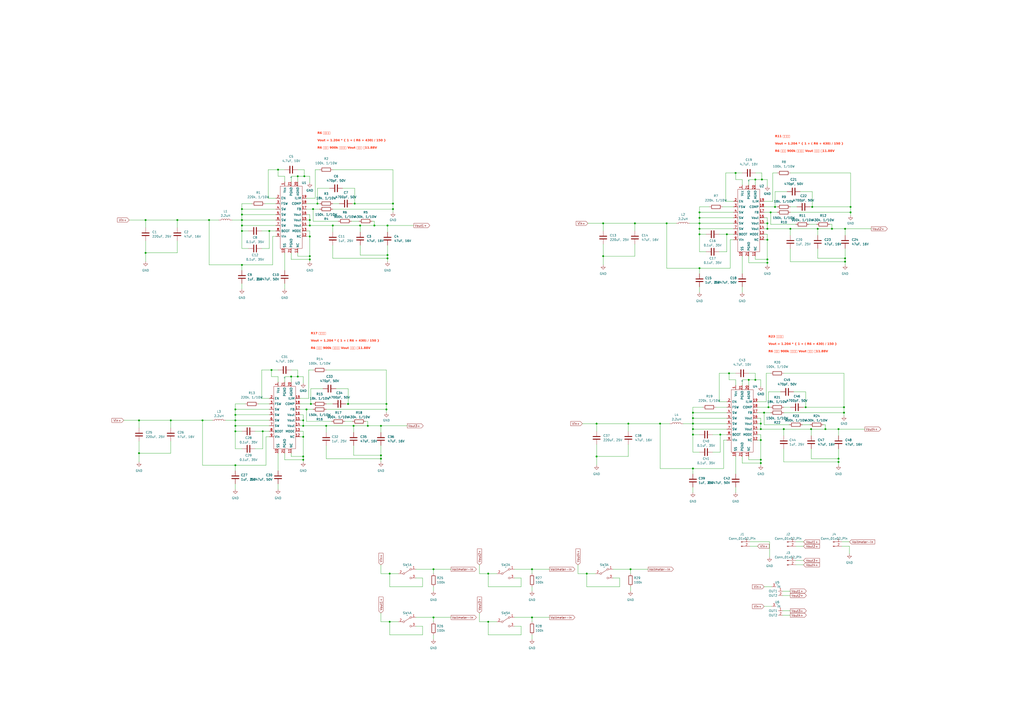
<source format=kicad_sch>
(kicad_sch (version 20231120) (generator "eeschema") (generator_version "8.0")
  (paper "A2")
  (lib_symbols
    (symbol "Connector:Conn_01x02_Pin" (pin_names (offset 1.016) hide)
      (property "Reference" "J" (at 0 2.54 0))
      (property "Value" "Conn_01x02_Pin" (at 0 -5.08 0))
      (symbol "Conn_01x02_Pin_1_1"
        (pin passive line (at 5.08 0 180) (length 3.81) (name "Pin_1") (number "1"))
        (pin passive line (at 5.08 -2.54 180) (length 3.81) (name "Pin_2") (number "2"))
      )
    )
    (symbol "Device:C" (pin_numbers hide) (pin_names (offset 0.254))
      (property "Reference" "C" (at 0.635 2.54 0))
      (property "Value" "C" (at 0.635 -2.54 0))
      (symbol "C_1_1"
        (pin passive line (at 0 3.81 270) (length 2.794) (name "~") (number "1"))
        (pin passive line (at 0 -3.81 90) (length 2.794) (name "~") (number "2"))
      )
    )
    (symbol "Device:L" (pin_numbers hide) (pin_names (offset 1.016) hide)
      (property "Reference" "L" (at -1.27 0 90))
      (property "Value" "L" (at 1.905 0 90))
      (symbol "L_1_1"
        (pin passive line (at 0 3.81 270) (length 1.27) (name "1") (number "1"))
        (pin passive line (at 0 -3.81 90) (length 1.27) (name "2") (number "2"))
      )
    )
    (symbol "Device:R" (pin_numbers hide) (pin_names (offset 0))
      (property "Reference" "R" (at 2.032 0 90))
      (property "Value" "R" (at 0 0 90))
      (symbol "R_1_1"
        (pin passive line (at 0 3.81 270) (length 1.27) (name "~") (number "1"))
        (pin passive line (at 0 -3.81 90) (length 1.27) (name "~") (number "2"))
      )
    )
    (symbol "Switch:SW_DPDT_x2" (pin_names (offset 0) hide)
      (property "Reference" "SW" (at 0 4.318 0))
      (property "Value" "SW_DPDT_x2" (at 0 -5.08 0))
      (symbol "SW_DPDT_x2_1_1"
        (pin passive line (at 5.08 2.54 180) (length 2.54) (name "A") (number "1"))
        (pin passive line (at -5.08 0 0) (length 2.54) (name "B") (number "2"))
        (pin passive line (at 5.08 -2.54 180) (length 2.54) (name "C") (number "3"))
      )
      (symbol "SW_DPDT_x2_2_1"
        (pin passive line (at 5.08 2.54 180) (length 2.54) (name "A") (number "4"))
        (pin passive line (at -5.08 0 0) (length 2.54) (name "B") (number "5"))
        (pin passive line (at 5.08 -2.54 180) (length 2.54) (name "C") (number "6"))
      )
    )
    (symbol "power:GND" (power) (pin_names (offset 0))
      (property "Value" "GND" (at 0 -3.81 0))
      (symbol "GND_1_1"
        (pin power_in line (at 0 0 270) (length 0) hide (name "GND") (number "1"))
      )
    )
    (symbol "sunpare2023:pad-3"
      (property "Reference" "U" (at 0 1.27 0))
      (symbol "pad-3_1_1"
        (pin passive line (at 3.175 -3.81 180) (length 2.54) (name "OUT1") (number "1"))
        (pin passive line (at 3.175 -6.35 180) (length 2.54) (name "OUT2") (number "2"))
        (pin passive line (at -3.175 -1.27 0) (length 2.54) (name "IN") (number "3"))
      )
    )
    (symbol "sunpare2023:tps61088"
      (property "Reference" "U" (at 0 2.54 0))
      (symbol "tps61088_1_1"
        (pin passive line (at -3.81 -2.54 270) (length 2.54) (name "Vcc") (number "1"))
        (pin passive line (at -3.81 -43.815 90) (length 2.54) (name "SS") (number "10"))
        (pin passive line (at 3.81 -43.815 90) (length 2.54) (name "NC") (number "11"))
        (pin passive line (at 8.89 -34.29 180) (length 2.54) (name "NC") (number "12"))
        (pin passive line (at 8.89 -31.115 180) (length 2.54) (name "MODE") (number "13"))
        (pin passive line (at 8.89 -27.94 180) (length 2.54) (name "Vout") (number "14"))
        (pin passive line (at 8.89 -24.765 180) (length 2.54) (name "Vout") (number "15"))
        (pin passive line (at 8.89 -21.59 180) (length 2.54) (name "Vout") (number "16"))
        (pin passive line (at 8.89 -18.415 180) (length 2.54) (name "FB") (number "17"))
        (pin passive line (at 8.89 -15.24 180) (length 2.54) (name "COMP") (number "18"))
        (pin passive line (at 8.89 -12.065 180) (length 2.54) (name "ILIM") (number "19"))
        (pin passive line (at -8.89 -12.065 0) (length 2.54) (name "EN") (number "2"))
        (pin passive line (at 3.81 -2.54 270) (length 2.54) (name "AGND") (number "20"))
        (pin passive line (at 0 -43.815 90) (length 2.54) (name "PGND") (number "21"))
        (pin passive line (at 0 -2.54 270) (length 2.54) (name "PGND") (number "21"))
        (pin passive line (at -8.89 -15.24 0) (length 2.54) (name "FSW") (number "3"))
        (pin passive line (at -8.89 -18.415 0) (length 2.54) (name "SW") (number "4"))
        (pin passive line (at -8.89 -21.59 0) (length 2.54) (name "SW") (number "5"))
        (pin passive line (at -8.89 -24.765 0) (length 2.54) (name "SW") (number "6"))
        (pin passive line (at -8.89 -27.94 0) (length 2.54) (name "SW") (number "7"))
        (pin passive line (at -8.89 -31.115 0) (length 2.54) (name "BOOT") (number "8"))
        (pin passive line (at -8.89 -34.29 0) (length 2.54) (name "Vin") (number "9"))
      )
    )
  )
  (junction (at 283.21 332.74))
  (junction (at 441.325 255.27))
  (junction (at 220.98 264.16))
  (junction (at 365.76 330.2))
  (junction (at 220.98 247.015))
  (junction (at 349.885 129.54))
  (junction (at 136.525 243.84))
  (junction (at 364.49 245.745))
  (junction (at 172.72 218.44))
  (junction (at 136.525 237.49))
  (junction (at 478.79 248.92))
  (junction (at 470.535 248.92))
  (junction (at 482.6 132.715))
  (junction (at 441.325 245.745))
  (junction (at 226.06 360.68))
  (junction (at 175.895 243.84))
  (junction (at 140.335 133.985))
  (junction (at 490.22 149.86))
  (junction (at 208.915 130.81))
  (junction (at 175.895 266.7))
  (junction (at 136.525 269.875))
  (junction (at 220.98 266.065))
  (junction (at 441.325 266.7))
  (junction (at 490.22 132.715))
  (junction (at 405.765 135.89))
  (junction (at 445.135 152.4))
  (junction (at 438.15 104.14))
  (junction (at 493.395 120.015))
  (junction (at 401.955 248.92))
  (junction (at 401.955 242.57))
  (junction (at 179.705 127.635))
  (junction (at 471.17 120.015))
  (junction (at 447.04 123.19))
  (junction (at 140.335 124.46))
  (junction (at 156.21 133.985))
  (junction (at 490.22 151.765))
  (junction (at 308.61 358.14))
  (junction (at 486.41 248.92))
  (junction (at 489.585 239.395))
  (junction (at 224.155 234.315))
  (junction (at 136.525 247.015))
  (junction (at 152.4 250.19))
  (junction (at 493.395 123.19))
  (junction (at 140.335 127.635))
  (junction (at 340.36 332.74))
  (junction (at 443.23 239.395))
  (junction (at 426.72 100.33))
  (junction (at 179.705 130.81))
  (junction (at 121.285 127.635))
  (junction (at 136.525 250.19))
  (junction (at 441.96 104.14))
  (junction (at 449.58 120.015))
  (junction (at 179.705 148.59))
  (junction (at 445.77 236.22))
  (junction (at 227.965 121.285))
  (junction (at 84.455 127.635))
  (junction (at 283.21 360.68))
  (junction (at 417.83 252.095))
  (junction (at 177.8 237.49))
  (junction (at 224.79 149.86))
  (junction (at 346.075 264.795))
  (junction (at 421.64 135.89))
  (junction (at 438.15 220.345))
  (junction (at 205.105 247.015))
  (junction (at 308.61 330.2))
  (junction (at 99.06 243.84))
  (junction (at 224.155 237.49))
  (junction (at 441.325 268.605))
  (junction (at 386.715 129.54))
  (junction (at 251.46 330.2))
  (junction (at 445.135 132.715))
  (junction (at 201.93 234.315))
  (junction (at 136.525 240.665))
  (junction (at 224.79 130.81))
  (junction (at 172.72 102.235))
  (junction (at 349.885 148.59))
  (junction (at 458.47 132.715))
  (junction (at 179.705 150.495))
  (junction (at 422.91 216.535))
  (junction (at 405.765 132.715))
  (junction (at 157.48 214.63))
  (junction (at 140.335 153.67))
  (junction (at 489.585 236.22))
  (junction (at 454.66 248.92))
  (junction (at 486.41 267.97))
  (junction (at 84.455 146.685))
  (junction (at 227.965 118.11))
  (junction (at 184.15 118.11))
  (junction (at 217.17 130.81))
  (junction (at 467.36 236.22))
  (junction (at 117.475 243.84))
  (junction (at 382.905 245.745))
  (junction (at 401.955 245.745))
  (junction (at 140.335 130.81))
  (junction (at 401.955 252.095))
  (junction (at 486.41 266.065))
  (junction (at 140.335 121.285))
  (junction (at 80.645 262.89))
  (junction (at 189.23 247.015))
  (junction (at 441.325 248.92))
  (junction (at 193.04 130.81))
  (junction (at 80.645 243.84))
  (junction (at 445.135 139.065))
  (junction (at 213.36 247.015))
  (junction (at 405.765 123.19))
  (junction (at 251.46 358.14))
  (junction (at 474.345 132.715))
  (junction (at 161.29 98.425))
  (junction (at 226.06 332.74))
  (junction (at 445.135 150.495))
  (junction (at 168.91 218.44))
  (junction (at 401.955 271.78))
  (junction (at 175.895 247.015))
  (junction (at 175.895 264.795))
  (junction (at 181.61 121.285))
  (junction (at 102.87 127.635))
  (junction (at 224.79 147.955))
  (junction (at 445.135 129.54))
  (junction (at 401.955 239.395))
  (junction (at 175.895 253.365))
  (junction (at 179.705 137.16))
  (junction (at 205.74 118.11))
  (junction (at 405.765 126.365))
  (junction (at 176.53 102.235))
  (junction (at 368.3 129.54))
  (junction (at 405.765 129.54))
  (junction (at 180.34 234.315))
  (junction (at 346.075 245.745))
  (junction (at 405.765 155.575))
  (junction (at 434.34 220.345))
  (wire (pts (xy 443.23 120.015) (xy 449.58 120.015)))
  (wire (pts (xy 251.46 358.14) (xy 261.62 358.14)))
  (wire (pts (xy 99.06 243.84) (xy 99.06 248.285)))
  (wire (pts (xy 168.91 218.44) (xy 168.91 221.615)))
  (wire (pts (xy 417.83 252.095) (xy 421.64 252.095)))
  (wire (pts (xy 177.8 237.49) (xy 181.61 237.49)))
  (wire (pts (xy 136.525 250.19) (xy 136.525 260.35)))
  (wire (pts (xy 421.64 135.89) (xy 425.45 135.89)))
  (wire (pts (xy 200.025 244.475) (xy 204.47 244.475)))
  (wire (pts (xy 136.525 260.35) (xy 140.335 260.35)))
  (wire (pts (xy 461.645 327.66) (xy 466.09 327.66)))
  (wire (pts (xy 411.48 120.015) (xy 405.765 120.015)))
  (wire (pts (xy 456.565 111.125) (xy 449.58 111.125)))
  (wire (pts (xy 175.895 222.25) (xy 175.895 218.44)))
  (wire (pts (xy 142.24 234.315) (xy 136.525 234.315)))
  (wire (pts (xy 364.49 245.745) (xy 382.905 245.745)))
  (wire (pts (xy 227.965 118.11) (xy 227.965 121.285)))
  (wire (pts (xy 438.15 100.33) (xy 441.96 100.33)))
  (wire (pts (xy 241.3 335.28) (xy 245.11 335.28)))
  (wire (pts (xy 99.06 243.84) (xy 117.475 243.84)))
  (wire (pts (xy 308.61 368.3) (xy 308.61 370.84)))
  (wire (pts (xy 181.61 121.285) (xy 181.61 128.27)))
  (wire (pts (xy 365.76 340.36) (xy 365.76 342.9)))
  (wire (pts (xy 401.955 242.57) (xy 421.64 242.57)))
  (wire (pts (xy 136.525 269.875) (xy 136.525 273.05)))
  (wire (pts (xy 430.53 223.52) (xy 430.53 220.345)))
  (wire (pts (xy 425.45 129.54) (xy 405.765 129.54)))
  (wire (pts (xy 121.285 127.635) (xy 127 127.635)))
  (wire (pts (xy 422.91 216.535) (xy 426.72 216.535)))
  (wire (pts (xy 298.45 358.14) (xy 308.61 358.14)))
  (wire (pts (xy 443.23 239.395) (xy 443.23 246.38)))
  (wire (pts (xy 215.9 128.27) (xy 217.17 128.27)))
  (wire (pts (xy 136.525 237.49) (xy 156.21 237.49)))
  (wire (pts (xy 349.885 129.54) (xy 368.3 129.54)))
  (wire (pts (xy 140.335 124.46) (xy 160.02 124.46)))
  (wire (pts (xy 413.385 262.255) (xy 417.83 262.255)))
  (wire (pts (xy 177.8 137.16) (xy 179.705 137.16)))
  (wire (pts (xy 140.335 133.985) (xy 140.335 144.145)))
  (wire (pts (xy 474.345 132.715) (xy 482.6 132.715)))
  (wire (pts (xy 161.29 218.44) (xy 157.48 218.44)))
  (wire (pts (xy 220.98 266.065) (xy 220.98 267.97)))
  (wire (pts (xy 434.34 104.14) (xy 438.15 104.14)))
  (wire (pts (xy 217.17 128.27) (xy 217.17 130.81)))
  (wire (pts (xy 136.525 234.315) (xy 136.525 237.49)))
  (wire (pts (xy 205.74 118.11) (xy 227.965 118.11)))
  (wire (pts (xy 430.53 104.14) (xy 430.53 107.315)))
  (wire (pts (xy 438.15 216.535) (xy 438.15 220.345)))
  (wire (pts (xy 220.98 247.015) (xy 213.36 247.015)))
  (wire (pts (xy 182.88 114.935) (xy 177.8 114.935)))
  (wire (pts (xy 177.8 118.11) (xy 184.15 118.11)))
  (wire (pts (xy 425.45 139.065) (xy 423.545 139.065)))
  (wire (pts (xy 161.29 98.425) (xy 165.1 98.425)))
  (wire (pts (xy 464.185 111.125) (xy 471.17 111.125)))
  (wire (pts (xy 445.135 107.95) (xy 445.135 104.14)))
  (wire (pts (xy 441.325 252.095) (xy 441.325 255.27)))
  (wire (pts (xy 382.905 245.745) (xy 382.905 271.78)))
  (wire (pts (xy 461.645 314.325) (xy 466.09 314.325)))
  (wire (pts (xy 401.955 271.78) (xy 419.735 271.78)))
  (wire (pts (xy 240.03 130.81) (xy 224.79 130.81)))
  (wire (pts (xy 470.535 248.92) (xy 478.79 248.92)))
  (wire (pts (xy 477.52 246.38) (xy 478.79 246.38)))
  (wire (pts (xy 401.955 239.395) (xy 401.955 242.57)))
  (wire (pts (xy 482.6 130.175) (xy 482.6 132.715)))
  (wire (pts (xy 168.91 146.685) (xy 168.91 150.495)))
  (wire (pts (xy 136.525 250.19) (xy 140.335 250.19)))
  (wire (pts (xy 405.765 132.715) (xy 405.765 135.89)))
  (wire (pts (xy 140.335 153.67) (xy 158.115 153.67)))
  (wire (pts (xy 454.66 260.35) (xy 454.66 267.97)))
  (wire (pts (xy 488.315 314.325) (xy 492.76 314.325)))
  (wire (pts (xy 224.79 147.955) (xy 224.79 149.86)))
  (wire (pts (xy 80.645 255.905) (xy 80.645 262.89)))
  (wire (pts (xy 179.705 127.635) (xy 179.705 130.81)))
  (wire (pts (xy 136.525 269.875) (xy 117.475 269.875)))
  (wire (pts (xy 241.3 358.14) (xy 251.46 358.14)))
  (wire (pts (xy 438.15 150.495) (xy 445.135 150.495)))
  (wire (pts (xy 486.41 260.35) (xy 486.41 266.065)))
  (wire (pts (xy 438.15 148.59) (xy 438.15 150.495)))
  (wire (pts (xy 454.025 356.87) (xy 458.47 356.87)))
  (wire (pts (xy 165.1 102.235) (xy 161.29 102.235)))
  (wire (pts (xy 368.3 141.605) (xy 368.3 148.59)))
  (wire (pts (xy 489.585 236.22) (xy 489.585 239.395)))
  (wire (pts (xy 140.335 153.67) (xy 140.335 156.845)))
  (wire (pts (xy 302.26 363.22) (xy 302.26 368.3)))
  (wire (pts (xy 421.64 135.89) (xy 421.64 146.05)))
  (wire (pts (xy 176.53 98.425) (xy 176.53 102.235)))
  (wire (pts (xy 152.4 250.19) (xy 152.4 260.35)))
  (wire (pts (xy 165.1 221.615) (xy 165.1 218.44)))
  (wire (pts (xy 349.885 141.605) (xy 349.885 148.59)))
  (wire (pts (xy 364.49 245.745) (xy 364.49 250.19)))
  (wire (pts (xy 84.455 146.685) (xy 84.455 151.765)))
  (wire (pts (xy 154.305 253.365) (xy 154.305 269.875)))
  (wire (pts (xy 454.66 248.92) (xy 470.535 248.92)))
  (wire (pts (xy 445.135 135.89) (xy 445.135 139.065)))
  (wire (pts (xy 469.265 130.175) (xy 473.71 130.175)))
  (wire (pts (xy 368.3 129.54) (xy 386.715 129.54)))
  (wire (pts (xy 308.61 358.14) (xy 318.77 358.14)))
  (wire (pts (xy 445.77 227.33) (xy 445.77 236.22)))
  (wire (pts (xy 490.22 149.86) (xy 490.22 151.765)))
  (wire (pts (xy 458.47 100.33) (xy 493.395 100.33)))
  (wire (pts (xy 179.07 231.14) (xy 173.99 231.14)))
  (wire (pts (xy 179.705 148.59) (xy 179.705 150.495)))
  (wire (pts (xy 165.1 262.89) (xy 165.1 266.7)))
  (wire (pts (xy 251.46 330.2) (xy 261.62 330.2)))
  (wire (pts (xy 490.22 132.715) (xy 482.6 132.715)))
  (wire (pts (xy 490.22 144.145) (xy 490.22 149.86)))
  (wire (pts (xy 470.535 248.92) (xy 470.535 252.73)))
  (wire (pts (xy 177.8 127.635) (xy 179.705 127.635)))
  (wire (pts (xy 471.17 111.125) (xy 471.17 120.015)))
  (wire (pts (xy 454.66 216.535) (xy 489.585 216.535)))
  (wire (pts (xy 458.47 132.715) (xy 458.47 136.525)))
  (wire (pts (xy 251.46 330.2) (xy 251.46 332.74)))
  (wire (pts (xy 405.765 155.575) (xy 386.715 155.575)))
  (wire (pts (xy 193.04 121.285) (xy 227.965 121.285)))
  (wire (pts (xy 180.34 234.315) (xy 181.61 234.315)))
  (wire (pts (xy 179.705 124.46) (xy 179.705 127.635)))
  (wire (pts (xy 205.105 247.015) (xy 213.36 247.015)))
  (wire (pts (xy 193.04 130.81) (xy 208.915 130.81)))
  (wire (pts (xy 340.36 332.74) (xy 345.44 332.74)))
  (wire (pts (xy 454.025 354.33) (xy 458.47 354.33)))
  (wire (pts (xy 467.36 227.33) (xy 467.36 236.22)))
  (wire (pts (xy 488.315 316.865) (xy 492.76 316.865)))
  (wire (pts (xy 173.99 253.365) (xy 175.895 253.365)))
  (wire (pts (xy 298.45 335.28) (xy 302.26 335.28)))
  (wire (pts (xy 441.325 224.155) (xy 441.325 220.345)))
  (wire (pts (xy 423.545 139.065) (xy 423.545 155.575)))
  (wire (pts (xy 140.335 121.285) (xy 160.02 121.285)))
  (wire (pts (xy 425.45 116.84) (xy 421.005 116.84)))
  (wire (pts (xy 439.42 248.92) (xy 441.325 248.92)))
  (wire (pts (xy 421.64 245.745) (xy 401.955 245.745)))
  (wire (pts (xy 364.49 264.795) (xy 346.075 264.795)))
  (wire (pts (xy 80.645 262.89) (xy 80.645 267.97)))
  (wire (pts (xy 355.6 330.2) (xy 365.76 330.2)))
  (wire (pts (xy 308.61 330.2) (xy 308.61 332.74)))
  (wire (pts (xy 224.79 149.86) (xy 224.79 151.765)))
  (wire (pts (xy 434.975 314.325) (xy 446.405 314.325)))
  (wire (pts (xy 153.67 118.11) (xy 160.02 118.11)))
  (wire (pts (xy 205.105 264.16) (xy 220.98 264.16)))
  (wire (pts (xy 458.47 144.145) (xy 458.47 151.765)))
  (wire (pts (xy 165.1 164.465) (xy 165.1 167.64)))
  (wire (pts (xy 227.965 121.285) (xy 227.965 123.19)))
  (wire (pts (xy 102.87 127.635) (xy 102.87 132.08)))
  (wire (pts (xy 445.135 152.4) (xy 445.135 153.67)))
  (wire (pts (xy 430.53 268.605) (xy 441.325 268.605)))
  (wire (pts (xy 469.9 120.015) (xy 471.17 120.015)))
  (wire (pts (xy 386.715 129.54) (xy 392.43 129.54)))
  (wire (pts (xy 182.88 98.425) (xy 185.42 98.425)))
  (wire (pts (xy 401.955 262.255) (xy 405.765 262.255)))
  (wire (pts (xy 349.885 129.54) (xy 349.885 133.985)))
  (wire (pts (xy 460.375 227.33) (xy 467.36 227.33)))
  (wire (pts (xy 405.765 126.365) (xy 405.765 129.54)))
  (wire (pts (xy 447.04 123.19) (xy 447.04 130.175)))
  (wire (pts (xy 349.885 148.59) (xy 349.885 153.67)))
  (wire (pts (xy 461.645 325.12) (xy 466.09 325.12)))
  (wire (pts (xy 444.5 216.535) (xy 444.5 233.045)))
  (wire (pts (xy 417.195 216.535) (xy 422.91 216.535)))
  (wire (pts (xy 102.87 146.685) (xy 84.455 146.685)))
  (wire (pts (xy 458.47 123.19) (xy 493.395 123.19)))
  (wire (pts (xy 241.3 363.22) (xy 245.11 363.22)))
  (wire (pts (xy 224.79 142.24) (xy 224.79 147.955)))
  (wire (pts (xy 346.075 264.795) (xy 346.075 269.875)))
  (wire (pts (xy 205.105 247.015) (xy 205.105 250.825)))
  (wire (pts (xy 302.26 368.3) (xy 283.21 368.3)))
  (wire (pts (xy 405.765 129.54) (xy 405.765 132.715)))
  (wire (pts (xy 443.23 246.38) (xy 457.835 246.38)))
  (wire (pts (xy 447.675 340.36) (xy 443.23 340.36)))
  (wire (pts (xy 278.13 355.6) (xy 278.13 360.68)))
  (wire (pts (xy 417.83 252.095) (xy 417.83 262.255)))
  (wire (pts (xy 454.66 267.97) (xy 486.41 267.97)))
  (wire (pts (xy 302.26 340.36) (xy 283.21 340.36)))
  (wire (pts (xy 140.335 144.145) (xy 144.145 144.145)))
  (wire (pts (xy 140.335 124.46) (xy 140.335 127.635)))
  (wire (pts (xy 220.98 332.74) (xy 226.06 332.74)))
  (wire (pts (xy 224.155 214.63) (xy 224.155 234.315)))
  (wire (pts (xy 396.24 245.745) (xy 401.955 245.745)))
  (wire (pts (xy 173.99 250.19) (xy 175.895 250.19)))
  (wire (pts (xy 140.335 153.67) (xy 121.285 153.67)))
  (wire (pts (xy 182.88 98.425) (xy 182.88 114.935)))
  (wire (pts (xy 157.48 214.63) (xy 157.48 218.44)))
  (wire (pts (xy 308.61 358.14) (xy 308.61 360.68)))
  (wire (pts (xy 177.8 124.46) (xy 179.705 124.46)))
  (wire (pts (xy 157.48 214.63) (xy 161.29 214.63)))
  (wire (pts (xy 165.1 218.44) (xy 168.91 218.44)))
  (wire (pts (xy 430.53 104.14) (xy 426.72 104.14)))
  (wire (pts (xy 173.99 247.015) (xy 175.895 247.015)))
  (wire (pts (xy 147.955 260.35) (xy 152.4 260.35)))
  (wire (pts (xy 401.955 245.745) (xy 401.955 248.92)))
  (wire (pts (xy 438.15 220.345) (xy 434.34 220.345)))
  (wire (pts (xy 421.64 233.045) (xy 417.195 233.045)))
  (wire (pts (xy 413.385 252.095) (xy 417.83 252.095)))
  (wire (pts (xy 226.06 360.68) (xy 231.14 360.68)))
  (wire (pts (xy 445.77 236.22) (xy 447.04 236.22)))
  (wire (pts (xy 172.72 214.63) (xy 172.72 218.44)))
  (wire (pts (xy 172.72 146.685) (xy 172.72 148.59)))
  (wire (pts (xy 346.075 257.81) (xy 346.075 264.795)))
  (wire (pts (xy 382.905 245.745) (xy 388.62 245.745)))
  (wire (pts (xy 99.06 255.905) (xy 99.06 262.89)))
  (wire (pts (xy 155.575 114.935) (xy 155.575 98.425)))
  (wire (pts (xy 200.66 234.315) (xy 201.93 234.315)))
  (wire (pts (xy 80.645 243.84) (xy 99.06 243.84)))
  (wire (pts (xy 181.61 121.285) (xy 185.42 121.285)))
  (wire (pts (xy 177.8 133.985) (xy 179.705 133.985)))
  (wire (pts (xy 117.475 243.84) (xy 123.19 243.84)))
  (wire (pts (xy 184.15 109.22) (xy 184.15 118.11)))
  (wire (pts (xy 165.1 266.7) (xy 175.895 266.7)))
  (wire (pts (xy 434.34 264.795) (xy 434.34 266.7)))
  (wire (pts (xy 401.955 271.78) (xy 401.955 274.955)))
  (wire (pts (xy 220.98 250.825) (xy 220.98 247.015)))
  (wire (pts (xy 441.96 100.33) (xy 441.96 104.14)))
  (wire (pts (xy 151.765 231.14) (xy 151.765 214.63)))
  (wire (pts (xy 156.21 243.84) (xy 136.525 243.84)))
  (wire (pts (xy 151.765 214.63) (xy 157.48 214.63)))
  (wire (pts (xy 173.99 240.665) (xy 175.895 240.665)))
  (wire (pts (xy 175.895 218.44) (xy 172.72 218.44)))
  (wire (pts (xy 434.34 148.59) (xy 434.34 152.4)))
  (wire (pts (xy 298.45 330.2) (xy 308.61 330.2)))
  (wire (pts (xy 189.23 237.49) (xy 224.155 237.49)))
  (wire (pts (xy 179.705 137.16) (xy 179.705 148.59)))
  (wire (pts (xy 151.765 144.145) (xy 156.21 144.145)))
  (wire (pts (xy 172.72 102.235) (xy 172.72 105.41)))
  (wire (pts (xy 401.955 282.575) (xy 401.955 285.75)))
  (wire (pts (xy 501.65 248.92) (xy 486.41 248.92)))
  (wire (pts (xy 117.475 243.84) (xy 117.475 269.875)))
  (wire (pts (xy 193.04 98.425) (xy 227.965 98.425)))
  (wire (pts (xy 426.72 100.33) (xy 426.72 104.14)))
  (wire (pts (xy 458.47 120.015) (xy 462.28 120.015)))
  (wire (pts (xy 193.04 130.81) (xy 193.04 134.62)))
  (wire (pts (xy 168.91 262.89) (xy 168.91 264.795)))
  (wire (pts (xy 251.46 358.14) (xy 251.46 360.68)))
  (wire (pts (xy 443.23 132.715) (xy 445.135 132.715)))
  (wire (pts (xy 430.53 148.59) (xy 430.53 158.75)))
  (wire (pts (xy 173.99 237.49) (xy 177.8 237.49)))
  (wire (pts (xy 441.325 268.605) (xy 441.325 269.875)))
  (wire (pts (xy 421.005 116.84) (xy 421.005 100.33)))
  (wire (pts (xy 489.585 216.535) (xy 489.585 236.22)))
  (wire (pts (xy 236.22 247.015) (xy 220.98 247.015)))
  (wire (pts (xy 160.02 114.935) (xy 155.575 114.935)))
  (wire (pts (xy 189.23 258.445) (xy 189.23 266.065)))
  (wire (pts (xy 245.11 368.3) (xy 226.06 368.3)))
  (wire (pts (xy 405.765 155.575) (xy 405.765 158.75)))
  (wire (pts (xy 278.13 332.74) (xy 283.21 332.74)))
  (wire (pts (xy 492.76 321.31) (xy 492.76 316.865)))
  (wire (pts (xy 441.325 248.92) (xy 454.66 248.92)))
  (wire (pts (xy 140.335 164.465) (xy 140.335 167.64)))
  (wire (pts (xy 283.21 340.36) (xy 283.21 332.74)))
  (wire (pts (xy 486.41 252.73) (xy 486.41 248.92)))
  (wire (pts (xy 213.36 244.475) (xy 213.36 247.015)))
  (wire (pts (xy 365.76 330.2) (xy 365.76 332.74)))
  (wire (pts (xy 177.8 121.285) (xy 181.61 121.285)))
  (wire (pts (xy 136.525 243.84) (xy 136.525 247.015)))
  (wire (pts (xy 493.395 120.015) (xy 493.395 123.19)))
  (wire (pts (xy 204.47 118.11) (xy 205.74 118.11)))
  (wire (pts (xy 160.02 137.16) (xy 158.115 137.16)))
  (wire (pts (xy 194.945 225.425) (xy 201.93 225.425)))
  (wire (pts (xy 415.29 236.22) (xy 421.64 236.22)))
  (wire (pts (xy 444.5 216.535) (xy 447.04 216.535)))
  (wire (pts (xy 134.62 127.635) (xy 140.335 127.635)))
  (wire (pts (xy 121.285 127.635) (xy 121.285 153.67)))
  (wire (pts (xy 283.21 368.3) (xy 283.21 360.68)))
  (wire (pts (xy 486.41 267.97) (xy 486.41 269.875)))
  (wire (pts (xy 201.93 234.315) (xy 224.155 234.315)))
  (wire (pts (xy 438.15 104.14) (xy 438.15 107.315)))
  (wire (pts (xy 175.895 247.015) (xy 189.23 247.015)))
  (wire (pts (xy 493.395 123.19) (xy 493.395 125.095)))
  (wire (pts (xy 434.34 220.345) (xy 434.34 223.52)))
  (wire (pts (xy 283.21 332.74) (xy 288.29 332.74)))
  (wire (pts (xy 405.765 155.575) (xy 423.545 155.575)))
  (wire (pts (xy 405.765 135.89) (xy 409.575 135.89)))
  (wire (pts (xy 471.17 120.015) (xy 493.395 120.015)))
  (wire (pts (xy 147.955 250.19) (xy 152.4 250.19)))
  (wire (pts (xy 156.21 133.985) (xy 156.21 144.145)))
  (wire (pts (xy 208.915 142.24) (xy 208.915 147.955)))
  (wire (pts (xy 175.895 266.7) (xy 175.895 267.97)))
  (wire (pts (xy 454.025 345.44) (xy 458.47 345.44)))
  (wire (pts (xy 302.26 335.28) (xy 302.26 340.36)))
  (wire (pts (xy 177.8 244.475) (xy 192.405 244.475)))
  (wire (pts (xy 189.23 247.015) (xy 189.23 250.825)))
  (wire (pts (xy 172.72 98.425) (xy 176.53 98.425)))
  (wire (pts (xy 191.135 109.22) (xy 184.15 109.22)))
  (wire (pts (xy 189.23 234.315) (xy 193.04 234.315)))
  (wire (pts (xy 168.91 150.495) (xy 179.705 150.495)))
  (wire (pts (xy 175.895 264.795) (xy 175.895 266.7)))
  (wire (pts (xy 212.09 244.475) (xy 213.36 244.475)))
  (wire (pts (xy 401.955 271.78) (xy 382.905 271.78)))
  (wire (pts (xy 426.72 264.795) (xy 426.72 274.955)))
  (wire (pts (xy 445.135 132.715) (xy 458.47 132.715)))
  (wire (pts (xy 439.42 242.57) (xy 441.325 242.57)))
  (wire (pts (xy 136.525 240.665) (xy 136.525 243.84)))
  (wire (pts (xy 489.585 239.395) (xy 489.585 241.3)))
  (wire (pts (xy 359.41 340.36) (xy 340.36 340.36)))
  (wire (pts (xy 161.29 280.67) (xy 161.29 283.845)))
  (wire (pts (xy 245.11 335.28) (xy 245.11 340.36)))
  (wire (pts (xy 401.955 236.22) (xy 401.955 239.395)))
  (wire (pts (xy 136.525 269.875) (xy 154.305 269.875)))
  (wire (pts (xy 439.42 245.745) (xy 441.325 245.745)))
  (wire (pts (xy 340.995 129.54) (xy 349.885 129.54)))
  (wire (pts (xy 422.91 216.535) (xy 422.91 220.345)))
  (wire (pts (xy 405.765 126.365) (xy 425.45 126.365)))
  (wire (pts (xy 140.335 130.81) (xy 140.335 133.985)))
  (wire (pts (xy 193.04 142.24) (xy 193.04 149.86)))
  (wire (pts (xy 465.455 246.38) (xy 469.9 246.38)))
  (wire (pts (xy 470.535 266.065) (xy 486.41 266.065)))
  (wire (pts (xy 335.28 327.66) (xy 335.28 332.74)))
  (wire (pts (xy 130.81 243.84) (xy 136.525 243.84)))
  (wire (pts (xy 245.11 363.22) (xy 245.11 368.3)))
  (wire (pts (xy 283.21 360.68) (xy 288.29 360.68)))
  (wire (pts (xy 441.325 266.7) (xy 441.325 268.605)))
  (wire (pts (xy 189.23 247.015) (xy 205.105 247.015)))
  (wire (pts (xy 467.36 236.22) (xy 489.585 236.22)))
  (wire (pts (xy 444.5 233.045) (xy 439.42 233.045)))
  (wire (pts (xy 208.915 147.955) (xy 224.79 147.955)))
  (wire (pts (xy 136.525 247.015) (xy 136.525 250.19)))
  (wire (pts (xy 201.93 225.425) (xy 201.93 234.315)))
  (wire (pts (xy 156.21 133.985) (xy 160.02 133.985)))
  (wire (pts (xy 208.915 130.81) (xy 208.915 134.62)))
  (wire (pts (xy 175.895 250.19) (xy 175.895 253.365)))
  (wire (pts (xy 368.3 148.59) (xy 349.885 148.59)))
  (wire (pts (xy 224.79 134.62) (xy 224.79 130.81)))
  (wire (pts (xy 335.28 332.74) (xy 340.36 332.74)))
  (wire (pts (xy 443.23 129.54) (xy 445.135 129.54)))
  (wire (pts (xy 449.58 111.125) (xy 449.58 120.015)))
  (wire (pts (xy 434.34 266.7) (xy 441.325 266.7)))
  (wire (pts (xy 161.29 262.89) (xy 161.29 273.05)))
  (wire (pts (xy 346.075 245.745) (xy 346.075 250.19)))
  (wire (pts (xy 152.4 250.19) (xy 156.21 250.19)))
  (wire (pts (xy 405.765 146.05) (xy 409.575 146.05)))
  (wire (pts (xy 458.47 132.715) (xy 474.345 132.715)))
  (wire (pts (xy 189.23 214.63) (xy 224.155 214.63)))
  (wire (pts (xy 454.66 239.395) (xy 489.585 239.395)))
  (wire (pts (xy 443.23 123.19) (xy 447.04 123.19)))
  (wire (pts (xy 278.13 360.68) (xy 283.21 360.68)))
  (wire (pts (xy 193.04 118.11) (xy 196.85 118.11)))
  (wire (pts (xy 149.86 234.315) (xy 156.21 234.315)))
  (wire (pts (xy 172.72 148.59) (xy 179.705 148.59)))
  (wire (pts (xy 205.74 109.22) (xy 205.74 118.11)))
  (wire (pts (xy 426.72 100.33) (xy 430.53 100.33)))
  (wire (pts (xy 426.72 282.575) (xy 426.72 285.75)))
  (wire (pts (xy 173.99 234.315) (xy 180.34 234.315)))
  (wire (pts (xy 461.645 316.865) (xy 466.09 316.865)))
  (wire (pts (xy 179.705 150.495) (xy 179.705 151.765)))
  (wire (pts (xy 80.645 243.84) (xy 80.645 248.285)))
  (wire (pts (xy 140.335 121.285) (xy 140.335 124.46)))
  (wire (pts (xy 175.895 240.665) (xy 175.895 243.84)))
  (wire (pts (xy 445.135 104.14) (xy 441.96 104.14)))
  (wire (pts (xy 441.325 220.345) (xy 438.15 220.345)))
  (wire (pts (xy 364.49 257.81) (xy 364.49 264.795)))
  (wire (pts (xy 84.455 139.7) (xy 84.455 146.685)))
  (wire (pts (xy 446.405 314.325) (xy 446.405 323.215)))
  (wire (pts (xy 179.705 106.045) (xy 179.705 102.235)))
  (wire (pts (xy 449.58 120.015) (xy 450.85 120.015)))
  (wire (pts (xy 439.42 252.095) (xy 441.325 252.095)))
  (wire (pts (xy 405.765 120.015) (xy 405.765 123.19)))
  (wire (pts (xy 220.98 327.66) (xy 220.98 332.74)))
  (wire (pts (xy 443.23 139.065) (xy 445.135 139.065)))
  (wire (pts (xy 156.21 253.365) (xy 154.305 253.365)))
  (wire (pts (xy 448.31 116.84) (xy 443.23 116.84)))
  (wire (pts (xy 447.04 130.175) (xy 461.645 130.175)))
  (wire (pts (xy 340.36 340.36) (xy 340.36 332.74)))
  (wire (pts (xy 278.13 327.66) (xy 278.13 332.74)))
  (wire (pts (xy 193.04 149.86) (xy 224.79 149.86)))
  (wire (pts (xy 168.91 102.235) (xy 172.72 102.235)))
  (wire (pts (xy 179.07 214.63) (xy 181.61 214.63)))
  (wire (pts (xy 493.395 100.33) (xy 493.395 120.015)))
  (wire (pts (xy 419.1 120.015) (xy 425.45 120.015)))
  (wire (pts (xy 168.91 214.63) (xy 172.72 214.63)))
  (wire (pts (xy 168.91 105.41) (xy 168.91 102.235)))
  (wire (pts (xy 165.1 146.685) (xy 165.1 156.845)))
  (wire (pts (xy 447.04 123.19) (xy 450.85 123.19)))
  (wire (pts (xy 490.22 136.525) (xy 490.22 132.715)))
  (wire (pts (xy 102.87 127.635) (xy 121.285 127.635)))
  (wire (pts (xy 441.325 245.745) (xy 441.325 248.92)))
  (wire (pts (xy 140.335 133.985) (xy 144.145 133.985)))
  (wire (pts (xy 74.93 127.635) (xy 84.455 127.635)))
  (wire (pts (xy 474.345 144.145) (xy 474.345 149.86)))
  (wire (pts (xy 470.535 260.35) (xy 470.535 266.065)))
  (wire (pts (xy 198.755 109.22) (xy 205.74 109.22)))
  (wire (pts (xy 146.05 118.11) (xy 140.335 118.11)))
  (wire (pts (xy 447.675 351.79) (xy 443.23 351.79)))
  (wire (pts (xy 430.53 264.795) (xy 430.53 268.605)))
  (wire (pts (xy 156.21 247.015) (xy 136.525 247.015)))
  (wire (pts (xy 445.135 129.54) (xy 445.135 132.715)))
  (wire (pts (xy 419.735 255.27) (xy 419.735 271.78)))
  (wire (pts (xy 189.23 266.065) (xy 220.98 266.065)))
  (wire (pts (xy 365.76 330.2) (xy 375.92 330.2)))
  (wire (pts (xy 439.42 239.395) (xy 443.23 239.395)))
  (wire (pts (xy 443.23 239.395) (xy 447.04 239.395)))
  (wire (pts (xy 490.22 151.765) (xy 490.22 153.67)))
  (wire (pts (xy 172.72 218.44) (xy 168.91 218.44)))
  (wire (pts (xy 400.05 129.54) (xy 405.765 129.54)))
  (wire (pts (xy 458.47 151.765) (xy 490.22 151.765)))
  (wire (pts (xy 445.135 126.365) (xy 445.135 129.54)))
  (wire (pts (xy 179.705 102.235) (xy 176.53 102.235)))
  (wire (pts (xy 430.53 220.345) (xy 434.34 220.345)))
  (wire (pts (xy 224.79 130.81) (xy 217.17 130.81)))
  (wire (pts (xy 102.87 139.7) (xy 102.87 146.685)))
  (wire (pts (xy 220.98 258.445) (xy 220.98 264.16)))
  (wire (pts (xy 355.6 335.28) (xy 359.41 335.28)))
  (wire (pts (xy 168.91 264.795) (xy 175.895 264.795)))
  (wire (pts (xy 441.325 255.27) (xy 441.325 266.7)))
  (wire (pts (xy 434.975 316.865) (xy 439.42 316.865)))
  (wire (pts (xy 421.64 255.27) (xy 419.735 255.27)))
  (wire (pts (xy 486.41 248.92) (xy 478.79 248.92)))
  (wire (pts (xy 224.155 237.49) (xy 224.155 239.395)))
  (wire (pts (xy 505.46 132.715) (xy 490.22 132.715)))
  (wire (pts (xy 180.34 225.425) (xy 180.34 234.315)))
  (wire (pts (xy 245.11 340.36) (xy 226.06 340.36)))
  (wire (pts (xy 430.53 166.37) (xy 430.53 169.545)))
  (wire (pts (xy 179.07 214.63) (xy 179.07 231.14)))
  (wire (pts (xy 359.41 335.28) (xy 359.41 340.36)))
  (wire (pts (xy 205.105 258.445) (xy 205.105 264.16)))
  (wire (pts (xy 71.755 243.84) (xy 80.645 243.84)))
  (wire (pts (xy 161.29 98.425) (xy 161.29 102.235)))
  (wire (pts (xy 136.525 240.665) (xy 156.21 240.665)))
  (wire (pts (xy 179.705 130.81) (xy 193.04 130.81)))
  (wire (pts (xy 173.99 243.84) (xy 175.895 243.84)))
  (wire (pts (xy 136.525 280.67) (xy 136.525 283.845)))
  (wire (pts (xy 251.46 368.3) (xy 251.46 370.84)))
  (wire (pts (xy 452.755 227.33) (xy 445.77 227.33)))
  (wire (pts (xy 448.31 100.33) (xy 450.85 100.33)))
  (wire (pts (xy 226.06 368.3) (xy 226.06 360.68)))
  (wire (pts (xy 405.765 135.89) (xy 405.765 146.05)))
  (wire (pts (xy 417.195 146.05) (xy 421.64 146.05)))
  (wire (pts (xy 308.61 330.2) (xy 318.77 330.2)))
  (wire (pts (xy 184.15 118.11) (xy 185.42 118.11)))
  (wire (pts (xy 241.3 330.2) (xy 251.46 330.2)))
  (wire (pts (xy 226.06 340.36) (xy 226.06 332.74)))
  (wire (pts (xy 176.53 102.235) (xy 172.72 102.235)))
  (wire (pts (xy 226.06 332.74) (xy 231.14 332.74)))
  (wire (pts (xy 251.46 340.36) (xy 251.46 342.9)))
  (wire (pts (xy 417.195 233.045) (xy 417.195 216.535)))
  (wire (pts (xy 156.21 231.14) (xy 151.765 231.14)))
  (wire (pts (xy 405.765 123.19) (xy 425.45 123.19)))
  (wire (pts (xy 187.325 225.425) (xy 180.34 225.425)))
  (wire (pts (xy 441.325 242.57) (xy 441.325 245.745)))
  (wire (pts (xy 454.66 248.92) (xy 454.66 252.73)))
  (wire (pts (xy 407.67 236.22) (xy 401.955 236.22)))
  (wire (pts (xy 227.965 98.425) (xy 227.965 118.11)))
  (wire (pts (xy 405.765 123.19) (xy 405.765 126.365)))
  (wire (pts (xy 448.31 100.33) (xy 448.31 116.84)))
  (wire (pts (xy 175.895 243.84) (xy 175.895 247.015)))
  (wire (pts (xy 443.23 126.365) (xy 445.135 126.365)))
  (wire (pts (xy 179.705 133.985) (xy 179.705 137.16)))
  (wire (pts (xy 401.955 242.57) (xy 401.955 245.745)))
  (wire (pts (xy 443.23 135.89) (xy 445.135 135.89)))
  (wire (pts (xy 426.72 220.345) (xy 422.91 220.345)))
  (wire (pts (xy 386.715 129.54) (xy 386.715 155.575)))
  (wire (pts (xy 445.135 139.065) (xy 445.135 150.495)))
  (wire (pts (xy 224.155 234.315) (xy 224.155 237.49)))
  (wire (pts (xy 368.3 129.54) (xy 368.3 133.985)))
  (wire (pts (xy 481.33 130.175) (xy 482.6 130.175)))
  (wire (pts (xy 474.345 132.715) (xy 474.345 136.525)))
  (wire (pts (xy 160.02 127.635) (xy 140.335 127.635)))
  (wire (pts (xy 439.42 255.27) (xy 441.325 255.27)))
  (wire (pts (xy 439.42 236.22) (xy 445.77 236.22)))
  (wire (pts (xy 401.955 248.92) (xy 401.955 252.095)))
  (wire (pts (xy 175.895 253.365) (xy 175.895 264.795)))
  (wire (pts (xy 454.025 342.9) (xy 458.47 342.9)))
  (wire (pts (xy 478.79 246.38) (xy 478.79 248.92)))
  (wire (pts (xy 466.09 236.22) (xy 467.36 236.22)))
  (wire (pts (xy 441.96 104.14) (xy 438.15 104.14)))
  (wire (pts (xy 220.98 360.68) (xy 226.06 360.68)))
  (wire (pts (xy 308.61 340.36) (xy 308.61 342.9)))
  (wire (pts (xy 160.02 130.81) (xy 140.335 130.81)))
  (wire (pts (xy 401.955 239.395) (xy 421.64 239.395)))
  (wire (pts (xy 486.41 266.065) (xy 486.41 267.97)))
  (wire (pts (xy 434.34 216.535) (xy 438.15 216.535)))
  (wire (pts (xy 425.45 132.715) (xy 405.765 132.715)))
  (wire (pts (xy 136.525 237.49) (xy 136.525 240.665)))
  (wire (pts (xy 454.66 236.22) (xy 458.47 236.22)))
  (wire (pts (xy 445.135 150.495) (xy 445.135 152.4)))
  (wire (pts (xy 434.34 152.4) (xy 445.135 152.4)))
  (wire (pts (xy 337.82 245.745) (xy 346.075 245.745)))
  (wire (pts (xy 417.195 135.89) (xy 421.64 135.89)))
  (wire (pts (xy 426.72 220.345) (xy 426.72 223.52)))
  (wire (pts (xy 161.29 218.44) (xy 161.29 221.615)))
  (wire (pts (xy 151.765 133.985) (xy 156.21 133.985)))
  (wire (pts (xy 84.455 127.635) (xy 102.87 127.635)))
  (wire (pts (xy 99.06 262.89) (xy 80.645 262.89)))
  (wire (pts (xy 84.455 127.635) (xy 84.455 132.08)))
  (wire (pts (xy 155.575 98.425) (xy 161.29 98.425)))
  (wire (pts (xy 165.1 102.235) (xy 165.1 105.41)))
  (wire (pts (xy 181.61 128.27) (xy 196.215 128.27)))
  (wire (pts (xy 434.34 107.315) (xy 434.34 104.14)))
  (wire (pts (xy 401.955 252.095) (xy 401.955 262.255)))
  (wire (pts (xy 140.335 118.11) (xy 140.335 121.285)))
  (wire (pts (xy 405.765 166.37) (xy 405.765 169.545)))
  (wire (pts (xy 421.64 248.92) (xy 401.955 248.92)))
  (wire (pts (xy 298.45 363.22) (xy 302.26 363.22)))
  (wire (pts (xy 220.98 264.16) (xy 220.98 266.065)))
  (wire (pts (xy 140.335 127.635) (xy 140.335 130.81)))
  (wire (pts (xy 158.115 137.16) (xy 158.115 153.67)))
  (wire (pts (xy 220.98 355.6) (xy 220.98 360.68)))
  (wire (pts (xy 177.8 237.49) (xy 177.8 244.475)))
  (wire (pts (xy 474.345 149.86) (xy 490.22 149.86)))
  (wire (pts (xy 421.005 100.33) (xy 426.72 100.33)))
  (wire (pts (xy 208.915 130.81) (xy 217.17 130.81)))
  (wire (pts (xy 401.955 252.095) (xy 405.765 252.095)))
  (wire (pts (xy 177.8 130.81) (xy 179.705 130.81)))
  (wire (pts (xy 203.835 128.27) (xy 208.28 128.27)))
  (wire (pts (xy 346.075 245.745) (xy 364.49 245.745)))
  (text "R23 について\n\nVout = 1.204 * { 1 + ( R6 + 430) / 150 }\n\nR6 の値が 900k のとき、 Vout の値は 約11.88V" (at 445.77 205.105 0) (effects (font (size 1.27 1.27) (thickness 0.254) (bold yes)) (justify left bottom)))
  (text "R17 について\n\nVout = 1.204 * { 1 + ( R6 + 430) / 150 }\n\nR6 の値が 900k のとき、 Vout の値は 約11.88V" (at 180.34 203.2 0) (effects (font (size 1.27 1.27) (thickness 0.254) (bold yes)) (justify left bottom)))
  (text "R6 について\n\nVout = 1.204 * { 1 + ( R6 + 430) / 150 }\n\nR6 の値が 900k のとき、 Vout の値は 約11.88V" (at 184.15 86.995 0) (effects (font (size 1.27 1.27) (thickness 0.254) (bold yes)) (justify left bottom)))
  (text "R11 について\n\nVout = 1.204 * { 1 + ( R6 + 430) / 150 }\n\nR6 の値が 900k のとき、 Vout の値は 約11.88V" (at 449.58 88.9 0) (effects (font (size 1.27 1.27) (thickness 0.254) (bold yes)) (justify left bottom)))
  (global_label "Voltmeter-In" (shape output) (at 375.92 330.2 0) (property "Intersheetrefs" "${INTERSHEET_REFS}" (effects (hide yes))))
  (global_label "Vin+" (shape input) (at 71.755 243.84 180) (property "Intersheetrefs" "${INTERSHEET_REFS}" (effects (hide yes))))
  (global_label "Vout2+" (shape input) (at 466.09 316.865 0) (property "Intersheetrefs" "${INTERSHEET_REFS}" (effects (hide yes))))
  (global_label "Vout1+" (shape input) (at 220.98 355.6 90) (property "Intersheetrefs" "${INTERSHEET_REFS}" (effects (hide yes))))
  (global_label "Vout4+" (shape input) (at 466.09 327.66 0) (property "Intersheetrefs" "${INTERSHEET_REFS}" (effects (hide yes))))
  (global_label "Vin+" (shape input) (at 443.23 340.36 180) (property "Intersheetrefs" "${INTERSHEET_REFS}" (effects (hide yes))))
  (global_label "Voltmeter-In" (shape output) (at 318.77 330.2 0) (property "Intersheetrefs" "${INTERSHEET_REFS}" (effects (hide yes))))
  (global_label "Vin+" (shape input) (at 74.93 127.635 180) (property "Intersheetrefs" "${INTERSHEET_REFS}" (effects (hide yes))))
  (global_label "Vin+" (shape input) (at 337.82 245.745 180) (property "Intersheetrefs" "${INTERSHEET_REFS}" (effects (hide yes))))
  (global_label "Voltmeter-In" (shape output) (at 318.77 358.14 0) (property "Intersheetrefs" "${INTERSHEET_REFS}" (effects (hide yes))))
  (global_label "Vout4+" (shape output) (at 501.65 248.92 0) (property "Intersheetrefs" "${INTERSHEET_REFS}" (effects (hide yes))))
  (global_label "Voltmeter-In" (shape input) (at 492.76 314.325 0) (property "Intersheetrefs" "${INTERSHEET_REFS}" (effects (hide yes))))
  (global_label "Vout1+" (shape output) (at 458.47 342.9 0) (property "Intersheetrefs" "${INTERSHEET_REFS}" (effects (hide yes))))
  (global_label "Vin+" (shape input) (at 220.98 327.66 90) (property "Intersheetrefs" "${INTERSHEET_REFS}" (effects (hide yes))))
  (global_label "Vout3+" (shape output) (at 458.47 354.33 0) (property "Intersheetrefs" "${INTERSHEET_REFS}" (effects (hide yes))))
  (global_label "Vout3+" (shape input) (at 466.09 325.12 0) (property "Intersheetrefs" "${INTERSHEET_REFS}" (effects (hide yes))))
  (global_label "Vout1+" (shape output) (at 240.03 130.81 0) (property "Intersheetrefs" "${INTERSHEET_REFS}" (effects (hide yes))))
  (global_label "Vout2+" (shape input) (at 278.13 327.66 90) (property "Intersheetrefs" "${INTERSHEET_REFS}" (effects (hide yes))))
  (global_label "Voltmeter-In" (shape output) (at 261.62 358.14 0) (property "Intersheetrefs" "${INTERSHEET_REFS}" (effects (hide yes))))
  (global_label "Vout3+" (shape input) (at 278.13 355.6 90) (property "Intersheetrefs" "${INTERSHEET_REFS}" (effects (hide yes))))
  (global_label "Vout2+" (shape output) (at 505.46 132.715 0) (property "Intersheetrefs" "${INTERSHEET_REFS}" (effects (hide yes))))
  (global_label "Vin+" (shape input) (at 340.995 129.54 180) (property "Intersheetrefs" "${INTERSHEET_REFS}" (effects (hide yes))))
  (global_label "Vout2+" (shape output) (at 458.47 345.44 0) (property "Intersheetrefs" "${INTERSHEET_REFS}" (effects (hide yes))))
  (global_label "Vout4+" (shape input) (at 335.28 327.66 90) (property "Intersheetrefs" "${INTERSHEET_REFS}" (effects (hide yes))))
  (global_label "Vout1+" (shape input) (at 466.09 314.325 0) (property "Intersheetrefs" "${INTERSHEET_REFS}" (effects (hide yes))))
  (global_label "Vin+" (shape input) (at 439.42 316.865 0) (property "Intersheetrefs" "${INTERSHEET_REFS}" (effects (hide yes))))
  (global_label "Vin+" (shape input) (at 443.23 351.79 180) (property "Intersheetrefs" "${INTERSHEET_REFS}" (effects (hide yes))))
  (global_label "Vout4+" (shape output) (at 458.47 356.87 0) (property "Intersheetrefs" "${INTERSHEET_REFS}" (effects (hide yes))))
  (global_label "Vout3+" (shape output) (at 236.22 247.015 0) (property "Intersheetrefs" "${INTERSHEET_REFS}" (effects (hide yes))))
  (global_label "Voltmeter-In" (shape output) (at 261.62 330.2 0) (property "Intersheetrefs" "${INTERSHEET_REFS}" (effects (hide yes))))
  (symbol (lib_id "power:GND") (at 224.155 239.395 0) (unit 1)
    (property "Reference" "#PWR020" (effects (hide yes)))
    (property "Value" "GND" (at 224.155 243.84 0))
  )
  (symbol (lib_id "Device:C") (at 189.23 254.635 0) (unit 1)
    (property "Reference" "C32" (at 192.405 253.365 0) (effects (justify left)))
    (property "Value" "1uF, 25V" (at 192.405 255.905 0) (effects (justify left)))
    (property "Footprint" "Capacitor_SMD:C_0805_2012Metric_Pad1.18x1.45mm_HandSolder" (effects (hide yes)))
  )
  (symbol (lib_id "Device:C") (at 462.28 236.22 90) (unit 1)
    (property "Reference" "C46" (at 462.28 229.87 90))
    (property "Value" "4700pF, 50V" (at 462.28 232.41 90))
    (property "Footprint" "Capacitor_SMD:C_0402_1005Metric_Pad0.74x0.62mm_HandSolder" (effects (hide yes)))
  )
  (symbol (lib_id "Device:R") (at 454.66 100.33 90) (unit 1)
    (property "Reference" "R8" (at 454.66 93.98 90))
    (property "Value" "100k, 1/10W" (at 454.66 96.52 90))
    (property "Footprint" "Resistor_SMD:R_1206_3216Metric_Pad1.30x1.75mm_HandSolder" (effects (hide yes)))
  )
  (symbol (lib_id "Device:C") (at 405.765 162.56 0) (unit 1)
    (property "Reference" "C15" (at 408.94 161.29 0) (effects (justify left)))
    (property "Value" "1uF, 25V" (at 408.94 163.83 0) (effects (justify left)))
    (property "Footprint" "Capacitor_SMD:C_0805_2012Metric_Pad1.18x1.45mm_HandSolder" (effects (hide yes)))
  )
  (symbol (lib_id "Connector:Conn_01x02_Pin") (at 483.235 314.325 0) (unit 1)
    (property "Reference" "J4" (at 483.87 309.88 0))
    (property "Value" "Conn_01x02_Pin" (at 483.87 312.42 0))
    (property "Footprint" "Connector_AMASS:AMASS_XT30U-M_1x02_P5.0mm_Vertical" (effects (hide yes)))
  )
  (symbol (lib_id "power:GND") (at 490.22 153.67 0) (unit 1)
    (property "Reference" "#PWR014" (effects (hide yes)))
    (property "Value" "GND" (at 490.22 158.75 0))
  )
  (symbol (lib_id "Device:C") (at 413.385 146.05 270) (unit 1)
    (property "Reference" "C17" (at 413.385 149.86 90))
    (property "Value" "0.1uF, 35V" (at 413.385 152.4 90))
    (property "Footprint" "Capacitor_SMD:C_0603_1608Metric_Pad1.08x0.95mm_HandSolder" (effects (hide yes)))
  )
  (symbol (lib_id "Device:R") (at 465.455 130.175 90) (unit 1)
    (property "Reference" "R11" (at 465.455 125.095 90))
    (property "Value" "900k, 1/10W" (at 465.455 127.635 90))
    (property "Footprint" "Resistor_SMD:R_1206_3216Metric" (effects (hide yes)))
  )
  (symbol (lib_id "Device:R") (at 189.23 121.285 270) (unit 1)
    (property "Reference" "R4" (at 189.23 127 90))
    (property "Value" "150k, 1/10W" (at 189.23 124.46 90))
    (property "Footprint" "Resistor_SMD:R_1206_3216Metric_Pad1.30x1.75mm_HandSolder" (effects (hide yes)))
  )
  (symbol (lib_id "sunpare2023:tps61088") (at 168.91 102.87 0) (unit 1)
    (property "Reference" "U1" (at 175.0434 106.045 0) (effects (justify left)))
    (property "Value" "~" (at 168.91 102.87 0))
    (property "Footprint" "@ToinSigma:[device]tps61088" (effects (hide yes)))
  )
  (symbol (lib_id "Device:C") (at 490.22 140.335 0) (unit 1)
    (property "Reference" "C24" (at 494.03 139.065 0) (effects (justify left)))
    (property "Value" "47uF, 16V" (at 494.03 141.605 0) (effects (justify left)))
    (property "Footprint" "Capacitor_SMD:CP_Elec_5x5.8" (effects (hide yes)))
  )
  (symbol (lib_id "Device:C") (at 147.955 133.985 270) (unit 1)
    (property "Reference" "C8" (at 147.955 137.795 90))
    (property "Value" "0.1uF, 35V" (at 147.955 140.335 90))
    (property "Footprint" "Capacitor_SMD:C_0603_1608Metric_Pad1.08x0.95mm_HandSolder" (effects (hide yes)))
  )
  (symbol (lib_id "Device:C") (at 84.455 135.89 0) (unit 1)
    (property "Reference" "C1" (at 88.265 134.62 0) (effects (justify left)))
    (property "Value" "220uF, 25V" (at 88.265 137.16 0) (effects (justify left)))
    (property "Footprint" "Capacitor_THT:CP_Radial_D6.3mm_P2.50mm" (effects (hide yes)))
  )
  (symbol (lib_id "Device:C") (at 168.91 98.425 90) (unit 1)
    (property "Reference" "C5" (at 168.91 90.805 90))
    (property "Value" "4.7uF, 10V" (at 168.91 93.345 90))
    (property "Footprint" "Capacitor_SMD:C_0805_2012Metric_Pad1.18x1.45mm_HandSolder" (effects (hide yes)))
  )
  (symbol (lib_id "Device:C") (at 456.565 227.33 90) (unit 1)
    (property "Reference" "C45" (at 456.565 220.345 90))
    (property "Value" "470pF, 50V" (at 456.565 222.885 90))
    (property "Footprint" "Capacitor_SMD:C_0805_2012Metric_Pad1.18x1.45mm_HandSolder" (effects (hide yes)))
  )
  (symbol (lib_id "power:GND") (at 251.46 342.9 0) (unit 1)
    (property "Reference" "#PWR030" (effects (hide yes)))
    (property "Value" "GND" (at 251.46 347.98 0))
  )
  (symbol (lib_id "Device:C") (at 401.955 278.765 0) (unit 1)
    (property "Reference" "C39" (at 405.13 277.495 0) (effects (justify left)))
    (property "Value" "1uF, 25V" (at 405.13 280.035 0) (effects (justify left)))
    (property "Footprint" "Capacitor_SMD:C_0805_2012Metric_Pad1.18x1.45mm_HandSolder" (effects (hide yes)))
  )
  (symbol (lib_id "Device:C") (at 426.72 278.765 0) (unit 1)
    (property "Reference" "C42" (at 423.545 277.495 0) (effects (justify right)))
    (property "Value" "0.047uF, 50V" (at 423.545 280.035 0) (effects (justify right)))
    (property "Footprint" "Capacitor_THT:C_Disc_D3.8mm_W2.6mm_P2.50mm" (effects (hide yes)))
  )
  (symbol (lib_id "Device:R") (at 189.23 98.425 90) (unit 1)
    (property "Reference" "R2" (at 189.23 92.075 90))
    (property "Value" "100k, 1/10W" (at 189.23 94.615 90))
    (property "Footprint" "Resistor_SMD:R_1206_3216Metric_Pad1.30x1.75mm_HandSolder" (effects (hide yes)))
  )
  (symbol (lib_id "Device:C") (at 165.1 160.655 0) (unit 1)
    (property "Reference" "C10" (at 161.925 159.385 0) (effects (justify right)))
    (property "Value" "0.047uF, 50V" (at 161.925 161.925 0) (effects (justify right)))
    (property "Footprint" "Capacitor_THT:C_Disc_D3.8mm_W2.6mm_P2.50mm" (effects (hide yes)))
  )
  (symbol (lib_id "Device:C") (at 144.145 250.19 270) (unit 1)
    (property "Reference" "C28" (at 144.145 254 90))
    (property "Value" "0.1uF, 35V" (at 144.145 256.54 90))
    (property "Footprint" "Capacitor_SMD:C_0603_1608Metric_Pad1.08x0.95mm_HandSolder" (effects (hide yes)))
  )
  (symbol (lib_id "Device:C") (at 99.06 252.095 0) (unit 1)
    (property "Reference" "C26" (at 102.87 250.825 0) (effects (justify left)))
    (property "Value" "47uF, 16V" (at 102.87 253.365 0) (effects (justify left)))
    (property "Footprint" "Capacitor_SMD:CP_Elec_5x5.8" (effects (hide yes)))
  )
  (symbol (lib_id "Device:C") (at 474.345 140.335 0) (unit 1)
    (property "Reference" "C23" (at 478.155 139.065 0) (effects (justify left)))
    (property "Value" "47uF, 16V" (at 478.155 141.605 0) (effects (justify left)))
    (property "Footprint" "Capacitor_SMD:CP_Elec_5x5.8" (effects (hide yes)))
  )
  (symbol (lib_id "Device:L") (at 392.43 245.745 90) (unit 1)
    (property "Reference" "L4" (at 392.43 240.665 90))
    (property "Value" "2.2uH" (at 392.43 243.205 90))
    (property "Footprint" "@ToinSigma:[L](2.2uH)FDA1055-H-2R2M" (effects (hide yes)))
  )
  (symbol (lib_id "Device:C") (at 368.3 137.795 0) (unit 1)
    (property "Reference" "C14" (at 372.11 136.525 0) (effects (justify left)))
    (property "Value" "47uF, 16V" (at 372.11 139.065 0) (effects (justify left)))
    (property "Footprint" "Capacitor_SMD:CP_Elec_5x5.8" (effects (hide yes)))
  )
  (symbol (lib_id "power:GND") (at 446.405 323.215 0) (unit 1)
    (property "Reference" "#PWR036" (effects (hide yes)))
    (property "Value" "GND" (at 446.405 328.295 0))
  )
  (symbol (lib_id "sunpare2023:tps61088") (at 430.53 220.98 0) (unit 1)
    (property "Reference" "U4" (at 436.6634 224.155 0) (effects (justify left)))
    (property "Value" "~" (at 430.53 220.98 0))
    (property "Footprint" "@ToinSigma:[device]tps61088" (effects (hide yes)))
  )
  (symbol (lib_id "Connector:Conn_01x02_Pin") (at 456.565 325.12 0) (unit 1)
    (property "Reference" "J3" (at 457.2 320.675 0))
    (property "Value" "Conn_01x02_Pin" (at 457.2 323.215 0))
    (property "Footprint" "Connector_AMASS:AMASS_XT30U-M_1x02_P5.0mm_Vertical" (effects (hide yes)))
  )
  (symbol (lib_id "Connector:Conn_01x02_Pin") (at 456.565 314.325 0) (unit 1)
    (property "Reference" "J2" (at 457.2 309.88 0))
    (property "Value" "Conn_01x02_Pin" (at 457.2 312.42 0))
    (property "Footprint" "Connector_AMASS:AMASS_XT30U-M_1x02_P5.0mm_Vertical" (effects (hide yes)))
  )
  (symbol (lib_id "Switch:SW_DPDT_x2") (at 236.22 332.74 0) (unit 1)
    (property "Reference" "SW1" (at 236.22 327.66 0))
    (property "Value" "~" (at 236.22 328.93 0))
    (property "Footprint" "@ToinSigma:[device][sw](toggle5p)2MS1-T1-B4-VS2-Q-E-S" (effects (hide yes)))
  )
  (symbol (lib_id "Device:C") (at 140.335 160.655 0) (unit 1)
    (property "Reference" "C9" (at 143.51 159.385 0) (effects (justify left)))
    (property "Value" "1uF, 25V" (at 143.51 161.925 0) (effects (justify left)))
    (property "Footprint" "Capacitor_SMD:C_0805_2012Metric_Pad1.18x1.45mm_HandSolder" (effects (hide yes)))
  )
  (symbol (lib_id "sunpare2023:tps61088") (at 165.1 219.075 0) (unit 1)
    (property "Reference" "U3" (at 171.2334 222.25 0) (effects (justify left)))
    (property "Value" "~" (at 165.1 219.075 0))
    (property "Footprint" "@ToinSigma:[device]tps61088" (effects (hide yes)))
  )
  (symbol (lib_id "Device:C") (at 191.135 225.425 90) (unit 1)
    (property "Reference" "C33" (at 191.135 218.44 90))
    (property "Value" "470pF, 50V" (at 191.135 220.98 90))
    (property "Footprint" "Capacitor_SMD:C_0805_2012Metric_Pad1.18x1.45mm_HandSolder" (effects (hide yes)))
  )
  (symbol (lib_id "power:GND") (at 161.29 283.845 0) (unit 1)
    (property "Reference" "#PWR017" (effects (hide yes)))
    (property "Value" "GND" (at 161.29 288.925 0))
  )
  (symbol (lib_id "power:GND") (at 489.585 241.3 0) (unit 1)
    (property "Reference" "#PWR027" (effects (hide yes)))
    (property "Value" "GND" (at 489.585 245.745 0))
  )
  (symbol (lib_id "power:GND") (at 220.98 267.97 0) (unit 1)
    (property "Reference" "#PWR021" (effects (hide yes)))
    (property "Value" "GND" (at 220.98 273.05 0))
  )
  (symbol (lib_id "Device:R") (at 308.61 364.49 0) (unit 1)
    (property "Reference" "R28" (at 310.515 363.22 0) (effects (justify left)))
    (property "Value" "100k" (at 310.515 365.76 0) (effects (justify left)))
    (property "Footprint" "Resistor_SMD:R_1206_3216Metric_Pad1.30x1.75mm_HandSolder" (effects (hide yes)))
  )
  (symbol (lib_id "Device:C") (at 147.955 144.145 270) (unit 1)
    (property "Reference" "C12" (at 147.955 147.955 90))
    (property "Value" "0.1uF, 35V" (at 147.955 150.495 90))
    (property "Footprint" "Capacitor_SMD:C_0603_1608Metric_Pad1.08x0.95mm_HandSolder" (effects (hide yes)))
  )
  (symbol (lib_id "Device:R") (at 212.09 128.27 90) (unit 1)
    (property "Reference" "R5" (at 212.09 123.19 90))
    (property "Value" "430k, 1/10W" (at 212.09 125.73 90))
    (property "Footprint" "Resistor_SMD:R_1206_3216Metric_Pad1.30x1.75mm_HandSolder" (effects (hide yes)))
  )
  (symbol (lib_id "sunpare2023:tps61088") (at 434.34 104.775 0) (unit 1)
    (property "Reference" "U2" (at 440.4734 107.95 0) (effects (justify left)))
    (property "Value" "~" (at 434.34 104.775 0))
    (property "Footprint" "@ToinSigma:[device]tps61088" (effects (hide yes)))
  )
  (symbol (lib_id "Device:C") (at 196.85 234.315 90) (unit 1)
    (property "Reference" "C34" (at 196.85 227.965 90))
    (property "Value" "4700pF, 50V" (at 196.85 230.505 90))
    (property "Footprint" "Capacitor_SMD:C_0402_1005Metric_Pad0.74x0.62mm_HandSolder" (effects (hide yes)))
  )
  (symbol (lib_id "Device:R") (at 251.46 336.55 0) (unit 1)
    (property "Reference" "R25" (at 253.365 335.28 0) (effects (justify left)))
    (property "Value" "100k" (at 253.365 337.82 0) (effects (justify left)))
    (property "Footprint" "Resistor_SMD:R_1206_3216Metric_Pad1.30x1.75mm_HandSolder" (effects (hide yes)))
  )
  (symbol (lib_id "Device:R") (at 185.42 237.49 270) (unit 1)
    (property "Reference" "R16" (at 185.42 243.205 90))
    (property "Value" "150k, 1/10W" (at 185.42 240.665 90))
    (property "Footprint" "Resistor_SMD:R_1206_3216Metric_Pad1.30x1.75mm_HandSolder" (effects (hide yes)))
  )
  (symbol (lib_id "Switch:SW_DPDT_x2") (at 236.22 360.68 0) (unit 1)
    (property "Reference" "SW4" (at 236.22 355.6 0))
    (property "Value" "~" (at 236.22 356.87 0))
    (property "Footprint" "@ToinSigma:[device][sw](toggle5p)2MS1-T1-B4-VS2-Q-E-S" (effects (hide yes)))
  )
  (symbol (lib_id "Device:C") (at 102.87 135.89 0) (unit 1)
    (property "Reference" "C2" (at 106.68 134.62 0) (effects (justify left)))
    (property "Value" "47uF, 16V" (at 106.68 137.16 0) (effects (justify left)))
    (property "Footprint" "Capacitor_SMD:CP_Elec_5x5.8" (effects (hide yes)))
  )
  (symbol (lib_id "Device:C") (at 200.66 118.11 90) (unit 1)
    (property "Reference" "C7" (at 200.66 111.76 90))
    (property "Value" "4700pF, 50V" (at 200.66 114.3 90))
    (property "Footprint" "Capacitor_SMD:C_0402_1005Metric_Pad0.74x0.62mm_HandSolder" (effects (hide yes)))
  )
  (symbol (lib_id "power:GND") (at 493.395 125.095 0) (unit 1)
    (property "Reference" "#PWR013" (effects (hide yes)))
    (property "Value" "GND" (at 493.395 129.54 0))
  )
  (symbol (lib_id "Device:C") (at 458.47 140.335 0) (unit 1)
    (property "Reference" "C20" (at 461.645 139.065 0) (effects (justify left)))
    (property "Value" "1uF, 25V" (at 461.645 141.605 0) (effects (justify left)))
    (property "Footprint" "Capacitor_SMD:C_0805_2012Metric_Pad1.18x1.45mm_HandSolder" (effects (hide yes)))
  )
  (symbol (lib_id "sunpare2023:pad-3") (at 450.85 339.09 0) (unit 1)
    (property "Reference" "U5" (at 450.85 337.82 0))
    (property "Value" "~" (at 450.85 339.09 0))
    (property "Footprint" "@ToinSigma:[pad]3" (effects (hide yes)))
  )
  (symbol (lib_id "Device:L") (at 130.81 127.635 90) (unit 1)
    (property "Reference" "L1" (at 130.81 122.555 90))
    (property "Value" "2.2uH" (at 130.81 125.095 90))
    (property "Footprint" "@ToinSigma:[L](2.2uH)FDA1055-H-2R2M" (effects (hide yes)))
  )
  (symbol (lib_id "power:GND") (at 426.72 285.75 0) (unit 1)
    (property "Reference" "#PWR024" (effects (hide yes)))
    (property "Value" "GND" (at 426.72 290.83 0))
  )
  (symbol (lib_id "Device:C") (at 165.1 214.63 90) (unit 1)
    (property "Reference" "C31" (at 165.1 207.01 90))
    (property "Value" "4.7uF, 10V" (at 165.1 209.55 90))
    (property "Footprint" "Capacitor_SMD:C_0805_2012Metric_Pad1.18x1.45mm_HandSolder" (effects (hide yes)))
  )
  (symbol (lib_id "Switch:SW_DPDT_x2") (at 293.37 360.68 0) (unit 1)
    (property "Reference" "SW5" (at 293.37 355.6 0))
    (property "Value" "~" (at 293.37 356.87 0))
    (property "Footprint" "@ToinSigma:[device][sw](toggle5p)2MS1-T1-B4-VS2-Q-E-S" (effects (hide yes)))
  )
  (symbol (lib_id "power:GND") (at 179.705 106.045 0) (unit 1)
    (property "Reference" "#PWR04" (effects (hide yes)))
    (property "Value" "GND" (at 179.705 110.49 0))
  )
  (symbol (lib_id "Device:R") (at 189.23 118.11 90) (unit 1)
    (property "Reference" "R3" (at 189.23 112.395 90))
    (property "Value" "18k, 1/10W" (at 189.23 114.935 90))
    (property "Footprint" "Resistor_SMD:R_0805_2012Metric_Pad1.20x1.40mm_HandSolder" (effects (hide yes)))
  )
  (symbol (lib_id "power:GND") (at 251.46 370.84 0) (unit 1)
    (property "Reference" "#PWR031" (effects (hide yes)))
    (property "Value" "GND" (at 251.46 375.92 0))
  )
  (symbol (lib_id "Device:R") (at 251.46 364.49 0) (unit 1)
    (property "Reference" "R26" (at 253.365 363.22 0) (effects (justify left)))
    (property "Value" "100k" (at 253.365 365.76 0) (effects (justify left)))
    (property "Footprint" "Resistor_SMD:R_1206_3216Metric_Pad1.30x1.75mm_HandSolder" (effects (hide yes)))
  )
  (symbol (lib_id "power:GND") (at 175.895 267.97 0) (unit 1)
    (property "Reference" "#PWR019" (effects (hide yes)))
    (property "Value" "GND" (at 175.895 273.05 0))
  )
  (symbol (lib_id "power:GND") (at 346.075 269.875 0) (unit 1)
    (property "Reference" "#PWR022" (effects (hide yes)))
    (property "Value" "GND" (at 346.075 274.955 0))
  )
  (symbol (lib_id "Device:C") (at 486.41 256.54 0) (unit 1)
    (property "Reference" "C48" (at 490.22 255.27 0) (effects (justify left)))
    (property "Value" "47uF, 16V" (at 490.22 257.81 0) (effects (justify left)))
    (property "Footprint" "Capacitor_SMD:CP_Elec_5x5.8" (effects (hide yes)))
  )
  (symbol (lib_id "power:GND") (at 486.41 269.875 0) (unit 1)
    (property "Reference" "#PWR028" (effects (hide yes)))
    (property "Value" "GND" (at 486.41 274.955 0))
  )
  (symbol (lib_id "Device:R") (at 450.85 216.535 90) (unit 1)
    (property "Reference" "R20" (at 450.85 210.185 90))
    (property "Value" "100k, 1/10W" (at 450.85 212.725 90))
    (property "Footprint" "Resistor_SMD:R_1206_3216Metric_Pad1.30x1.75mm_HandSolder" (effects (hide yes)))
  )
  (symbol (lib_id "power:GND") (at 136.525 283.845 0) (unit 1)
    (property "Reference" "#PWR016" (effects (hide yes)))
    (property "Value" "GND" (at 136.525 288.925 0))
  )
  (symbol (lib_id "Device:C") (at 346.075 254 0) (unit 1)
    (property "Reference" "C37" (at 349.885 252.73 0) (effects (justify left)))
    (property "Value" "220uF, 25V" (at 349.885 255.27 0) (effects (justify left)))
    (property "Footprint" "Capacitor_THT:CP_Radial_D6.3mm_P2.50mm" (effects (hide yes)))
  )
  (symbol (lib_id "Device:C") (at 193.04 138.43 0) (unit 1)
    (property "Reference" "C11" (at 196.215 137.16 0) (effects (justify left)))
    (property "Value" "1uF, 25V" (at 196.215 139.7 0) (effects (justify left)))
    (property "Footprint" "Capacitor_SMD:C_0805_2012Metric_Pad1.18x1.45mm_HandSolder" (effects (hide yes)))
  )
  (symbol (lib_id "power:GND") (at 349.885 153.67 0) (unit 1)
    (property "Reference" "#PWR08" (effects (hide yes)))
    (property "Value" "GND" (at 349.885 158.75 0))
  )
  (symbol (lib_id "power:GND") (at 445.135 107.95 0) (unit 1)
    (property "Reference" "#PWR011" (effects (hide yes)))
    (property "Value" "GND" (at 445.135 112.395 0))
  )
  (symbol (lib_id "power:GND") (at 224.79 151.765 0) (unit 1)
    (property "Reference" "#PWR03" (effects (hide yes)))
    (property "Value" "GND" (at 224.79 156.845 0))
  )
  (symbol (lib_id "power:GND") (at 441.325 224.155 0) (unit 1)
    (property "Reference" "#PWR025" (effects (hide yes)))
    (property "Value" "GND" (at 441.325 228.6 0))
  )
  (symbol (lib_id "Device:R") (at 200.025 128.27 90) (unit 1)
    (property "Reference" "R6" (at 200.025 123.19 90))
    (property "Value" "900k, 1/10W" (at 200.025 125.73 90))
    (property "Footprint" "Resistor_SMD:R_1206_3216Metric" (effects (hide yes)))
  )
  (symbol (lib_id "Device:C") (at 454.66 256.54 0) (unit 1)
    (property "Reference" "C44" (at 457.835 255.27 0) (effects (justify left)))
    (property "Value" "1uF, 25V" (at 457.835 257.81 0) (effects (justify left)))
    (property "Footprint" "Capacitor_SMD:C_0805_2012Metric_Pad1.18x1.45mm_HandSolder" (effects (hide yes)))
  )
  (symbol (lib_id "Device:C") (at 161.29 276.86 0) (unit 1)
    (property "Reference" "C30" (at 158.115 275.59 0) (effects (justify right)))
    (property "Value" "0.047uF, 50V" (at 158.115 278.13 0) (effects (justify right)))
    (property "Footprint" "Capacitor_THT:C_Disc_D3.8mm_W2.6mm_P2.50mm" (effects (hide yes)))
  )
  (symbol (lib_id "Device:C") (at 349.885 137.795 0) (unit 1)
    (property "Reference" "C13" (at 353.695 136.525 0) (effects (justify left)))
    (property "Value" "220uF, 25V" (at 353.695 139.065 0) (effects (justify left)))
    (property "Footprint" "Capacitor_THT:CP_Radial_D6.3mm_P2.50mm" (effects (hide yes)))
  )
  (symbol (lib_id "Device:C") (at 413.385 135.89 270) (unit 1)
    (property "Reference" "C16" (at 413.385 139.7 90))
    (property "Value" "0.1uF, 35V" (at 413.385 142.24 90))
    (property "Footprint" "Capacitor_SMD:C_0603_1608Metric_Pad1.08x0.95mm_HandSolder" (effects (hide yes)))
  )
  (symbol (lib_id "Device:R") (at 146.05 234.315 90) (unit 1)
    (property "Reference" "R13" (at 146.05 227.965 90))
    (property "Value" "220k, 1/10W" (at 146.05 230.505 90))
    (property "Footprint" "Resistor_SMD:R_1206_3216Metric_Pad1.30x1.75mm_HandSolder" (effects (hide yes)))
  )
  (symbol (lib_id "Device:R") (at 185.42 214.63 90) (unit 1)
    (property "Reference" "R14" (at 185.42 208.28 90))
    (property "Value" "100k, 1/10W" (at 185.42 210.82 90))
    (property "Footprint" "Resistor_SMD:R_1206_3216Metric_Pad1.30x1.75mm_HandSolder" (effects (hide yes)))
  )
  (symbol (lib_id "Device:C") (at 434.34 100.33 90) (unit 1)
    (property "Reference" "C19" (at 434.34 92.71 90))
    (property "Value" "4.7uF, 10V" (at 434.34 95.25 90))
    (property "Footprint" "Capacitor_SMD:C_0805_2012Metric_Pad1.18x1.45mm_HandSolder" (effects (hide yes)))
  )
  (symbol (lib_id "Device:C") (at 205.105 254.635 0) (unit 1)
    (property "Reference" "C35" (at 208.915 253.365 0) (effects (justify left)))
    (property "Value" "47uF, 16V" (at 208.915 255.905 0) (effects (justify left)))
    (property "Footprint" "Capacitor_SMD:CP_Elec_5x5.8" (effects (hide yes)))
  )
  (symbol (lib_id "Device:L") (at 127 243.84 90) (unit 1)
    (property "Reference" "L3" (at 127 238.76 90))
    (property "Value" "2.2uH" (at 127 241.3 90))
    (property "Footprint" "@ToinSigma:[L](2.2uH)FDA1055-H-2R2M" (effects (hide yes)))
  )
  (symbol (lib_id "sunpare2023:pad-3") (at 450.85 350.52 0) (unit 1)
    (property "Reference" "U6" (at 450.85 349.25 0))
    (property "Value" "~" (at 450.85 350.52 0))
    (property "Footprint" "@ToinSigma:[pad]3" (effects (hide yes)))
  )
  (symbol (lib_id "power:GND") (at 140.335 167.64 0) (unit 1)
    (property "Reference" "#PWR06" (effects (hide yes)))
    (property "Value" "GND" (at 140.335 172.72 0))
  )
  (symbol (lib_id "power:GND") (at 80.645 267.97 0) (unit 1)
    (property "Reference" "#PWR015" (effects (hide yes)))
    (property "Value" "GND" (at 80.645 273.05 0))
  )
  (symbol (lib_id "Device:R") (at 473.71 246.38 90) (unit 1)
    (property "Reference" "R24" (at 473.71 241.3 90))
    (property "Value" "430k, 1/10W" (at 473.71 243.84 90))
    (property "Footprint" "Resistor_SMD:R_1206_3216Metric_Pad1.30x1.75mm_HandSolder" (effects (hide yes)))
  )
  (symbol (lib_id "Device:R") (at 454.66 123.19 270) (unit 1)
    (property "Reference" "R10" (at 454.66 128.905 90))
    (property "Value" "150k, 1/10W" (at 454.66 126.365 90))
    (property "Footprint" "Resistor_SMD:R_1206_3216Metric_Pad1.30x1.75mm_HandSolder" (effects (hide yes)))
  )
  (symbol (lib_id "Device:R") (at 196.215 244.475 90) (unit 1)
    (property "Reference" "R17" (at 196.215 239.395 90))
    (property "Value" "900k, 1/10W" (at 196.215 241.935 90))
    (property "Footprint" "Resistor_SMD:R_1206_3216Metric" (effects (hide yes)))
  )
  (symbol (lib_id "power:GND") (at 179.705 151.765 0) (unit 1)
    (property "Reference" "#PWR02" (effects (hide yes)))
    (property "Value" "GND" (at 179.705 156.845 0))
  )
  (symbol (lib_id "power:GND") (at 308.61 342.9 0) (unit 1)
    (property "Reference" "#PWR032" (effects (hide yes)))
    (property "Value" "GND" (at 308.61 347.98 0))
  )
  (symbol (lib_id "Device:R") (at 477.52 130.175 90) (unit 1)
    (property "Reference" "R12" (at 477.52 125.095 90))
    (property "Value" "430k, 1/10W" (at 477.52 127.635 90))
    (property "Footprint" "Resistor_SMD:R_1206_3216Metric_Pad1.30x1.75mm_HandSolder" (effects (hide yes)))
  )
  (symbol (lib_id "Device:L") (at 396.24 129.54 90) (unit 1)
    (property "Reference" "L2" (at 396.24 124.46 90))
    (property "Value" "2.2uH" (at 396.24 127 90))
    (property "Footprint" "@ToinSigma:[L](2.2uH)FDA1055-H-2R2M" (effects (hide yes)))
  )
  (symbol (lib_id "Device:C") (at 430.53 162.56 0) (unit 1)
    (property "Reference" "C18" (at 427.355 161.29 0) (effects (justify right)))
    (property "Value" "0.047uF, 50V" (at 427.355 163.83 0) (effects (justify right)))
    (property "Footprint" "Capacitor_THT:C_Disc_D3.8mm_W2.6mm_P2.50mm" (effects (hide yes)))
  )
  (symbol (lib_id "Device:C") (at 144.145 260.35 270) (unit 1)
    (property "Reference" "C29" (at 144.145 264.16 90))
    (property "Value" "0.1uF, 35V" (at 144.145 266.7 90))
    (property "Footprint" "Capacitor_SMD:C_0603_1608Metric_Pad1.08x0.95mm_HandSolder" (effects (hide yes)))
  )
  (symbol (lib_id "Device:R") (at 208.28 244.475 90) (unit 1)
    (property "Reference" "R18" (at 208.28 239.395 90))
    (property "Value" "430k, 1/10W" (at 208.28 241.935 90))
    (property "Footprint" "Resistor_SMD:R_1206_3216Metric_Pad1.30x1.75mm_HandSolder" (effects (hide yes)))
  )
  (symbol (lib_id "power:GND") (at 441.325 269.875 0) (unit 1)
    (property "Reference" "#PWR026" (effects (hide yes)))
    (property "Value" "GND" (at 441.325 274.955 0))
  )
  (symbol (lib_id "power:GND") (at 175.895 222.25 0) (unit 1)
    (property "Reference" "#PWR018" (effects (hide yes)))
    (property "Value" "GND" (at 175.895 226.695 0))
  )
  (symbol (lib_id "Device:R") (at 411.48 236.22 90) (unit 1)
    (property "Reference" "R19" (at 411.48 229.87 90))
    (property "Value" "220k, 1/10W" (at 411.48 232.41 90))
    (property "Footprint" "Resistor_SMD:R_1206_3216Metric_Pad1.30x1.75mm_HandSolder" (effects (hide yes)))
  )
  (symbol (lib_id "Device:C") (at 470.535 256.54 0) (unit 1)
    (property "Reference" "C47" (at 474.345 255.27 0) (effects (justify left)))
    (property "Value" "47uF, 16V" (at 474.345 257.81 0) (effects (justify left)))
    (property "Footprint" "Capacitor_SMD:CP_Elec_5x5.8" (effects (hide yes)))
  )
  (symbol (lib_id "Device:C") (at 430.53 216.535 90) (unit 1)
    (property "Reference" "C43" (at 430.53 208.915 90))
    (property "Value" "4.7uF, 10V" (at 430.53 211.455 90))
    (property "Footprint" "Capacitor_SMD:C_0805_2012Metric_Pad1.18x1.45mm_HandSolder" (effects (hide yes)))
  )
  (symbol (lib_id "Device:C") (at 409.575 262.255 270) (unit 1)
    (property "Reference" "C41" (at 409.575 266.065 90))
    (property "Value" "0.1uF, 35V" (at 409.575 268.605 90))
    (property "Footprint" "Capacitor_SMD:C_0603_1608Metric_Pad1.08x0.95mm_HandSolder" (effects (hide yes)))
  )
  (symbol (lib_id "power:GND") (at 405.765 169.545 0) (unit 1)
    (property "Reference" "#PWR09" (effects (hide yes)))
    (property "Value" "GND" (at 405.765 174.625 0))
  )
  (symbol (lib_id "Device:R") (at 415.29 120.015 90) (unit 1)
    (property "Reference" "R7" (at 415.29 113.665 90))
    (property "Value" "220k, 1/10W" (at 415.29 116.205 90))
    (property "Footprint" "Resistor_SMD:R_1206_3216Metric_Pad1.30x1.75mm_HandSolder" (effects (hide yes)))
  )
  (symbol (lib_id "power:GND") (at 365.76 342.9 0) (unit 1)
    (property "Reference" "#PWR035" (effects (hide yes)))
    (property "Value" "GND" (at 365.76 347.98 0))
  )
  (symbol (lib_id "power:GND") (at 401.955 285.75 0) (unit 1)
    (property "Reference" "#PWR023" (effects (hide yes)))
    (property "Value" "GND" (at 401.955 290.83 0))
  )
  (symbol (lib_id "power:GND") (at 492.76 321.31 0) (unit 1)
    (property "Reference" "#PWR037" (effects (hide yes)))
    (property "Value" "GND" (at 492.76 326.39 0))
  )
  (symbol (lib_id "Device:R") (at 450.85 236.22 90) (unit 1)
    (property "Reference" "R21" (at 450.85 230.505 90))
    (property "Value" "18k, 1/10W" (at 450.85 233.045 90))
    (property "Footprint" "Resistor_SMD:R_0805_2012Metric_Pad1.20x1.40mm_HandSolder" (effects (hide yes)))
  )
  (symbol (lib_id "Device:R") (at 149.86 118.11 90) (unit 1)
    (property "Reference" "R1" (at 149.86 111.76 90))
    (property "Value" "220k, 1/10W" (at 149.86 114.3 90))
    (property "Footprint" "Resistor_SMD:R_1206_3216Metric_Pad1.30x1.75mm_HandSolder" (effects (hide yes)))
  )
  (symbol (lib_id "Device:C") (at 208.915 138.43 0) (unit 1)
    (property "Reference" "C3" (at 212.725 137.16 0) (effects (justify left)))
    (property "Value" "47uF, 16V" (at 212.725 139.7 0) (effects (justify left)))
    (property "Footprint" "Capacitor_SMD:CP_Elec_5x5.8" (effects (hide yes)))
  )
  (symbol (lib_id "Device:C") (at 409.575 252.095 270) (unit 1)
    (property "Reference" "C40" (at 409.575 255.905 90))
    (property "Value" "0.1uF, 35V" (at 409.575 258.445 90))
    (property "Footprint" "Capacitor_SMD:C_0603_1608Metric_Pad1.08x0.95mm_HandSolder" (effects (hide yes)))
  )
  (symbol (lib_id "power:GND") (at 84.455 151.765 0) (unit 1)
    (property "Reference" "#PWR01" (effects (hide yes)))
    (property "Value" "GND" (at 84.455 156.845 0))
  )
  (symbol (lib_id "Device:C") (at 194.945 109.22 90) (unit 1)
    (property "Reference" "C6" (at 194.945 102.235 90))
    (property "Value" "470pF, 50V" (at 194.945 104.775 90))
    (property "Footprint" "Capacitor_SMD:C_0805_2012Metric_Pad1.18x1.45mm_HandSolder" (effects (hide yes)))
  )
  (symbol (lib_id "power:GND") (at 308.61 370.84 0) (unit 1)
    (property "Reference" "#PWR033" (effects (hide yes)))
    (property "Value" "GND" (at 308.61 375.92 0))
  )
  (symbol (lib_id "Device:R") (at 365.76 336.55 0) (unit 1)
    (property "Reference" "R29" (at 367.665 335.28 0) (effects (justify left)))
    (property "Value" "100k" (at 367.665 337.82 0) (effects (justify left)))
    (property "Footprint" "Resistor_SMD:R_1206_3216Metric_Pad1.30x1.75mm_HandSolder" (effects (hide yes)))
  )
  (symbol (lib_id "Device:R") (at 308.61 336.55 0) (unit 1)
    (property "Reference" "R27" (at 310.515 335.28 0) (effects (justify left)))
    (property "Value" "100k" (at 310.515 337.82 0) (effects (justify left)))
    (property "Footprint" "Resistor_SMD:R_1206_3216Metric_Pad1.30x1.75mm_HandSolder" (effects (hide yes)))
  )
  (symbol (lib_id "Device:C") (at 136.525 276.86 0) (unit 1)
    (property "Reference" "C27" (at 139.7 275.59 0) (effects (justify left)))
    (property "Value" "1uF, 25V" (at 139.7 278.13 0) (effects (justify left)))
    (property "Footprint" "Capacitor_SMD:C_0805_2012Metric_Pad1.18x1.45mm_HandSolder" (effects (hide yes)))
  )
  (symbol (lib_id "Switch:SW_DPDT_x2") (at 350.52 332.74 0) (unit 1)
    (property "Reference" "SW3" (at 350.52 327.66 0))
    (property "Value" "~" (at 350.52 328.93 0))
    (property "Footprint" "@ToinSigma:[device][sw](toggle5p)2MS1-T1-B4-VS2-Q-E-S" (effects (hide yes)))
  )
  (symbol (lib_id "Device:C") (at 80.645 252.095 0) (unit 1)
    (property "Reference" "C25" (at 84.455 250.825 0) (effects (justify left)))
    (property "Value" "220uF, 25V" (at 84.455 253.365 0) (effects (justify left)))
    (property "Footprint" "Capacitor_THT:CP_Radial_D6.3mm_P2.50mm" (effects (hide yes)))
  )
  (symbol (lib_id "Device:R") (at 454.66 120.015 90) (unit 1)
    (property "Reference" "R9" (at 454.66 114.3 90))
    (property "Value" "18k, 1/10W" (at 454.66 116.84 90))
    (property "Footprint" "Resistor_SMD:R_0805_2012Metric_Pad1.20x1.40mm_HandSolder" (effects (hide yes)))
  )
  (symbol (lib_id "Device:C") (at 466.09 120.015 90) (unit 1)
    (property "Reference" "C22" (at 466.09 113.665 90))
    (property "Value" "4700pF, 50V" (at 466.09 116.205 90))
    (property "Footprint" "Capacitor_SMD:C_0402_1005Metric_Pad0.74x0.62mm_HandSolder" (effects (hide yes)))
  )
  (symbol (lib_id "Device:R") (at 450.85 239.395 270) (unit 1)
    (property "Reference" "R22" (at 450.85 245.11 90))
    (property "Value" "150k, 1/10W" (at 450.85 242.57 90))
    (property "Footprint" "Resistor_SMD:R_1206_3216Metric_Pad1.30x1.75mm_HandSolder" (effects (hide yes)))
  )
  (symbol (lib_id "Connector:Conn_01x02_Pin") (at 429.895 314.325 0) (unit 1)
    (property "Reference" "J1" (at 430.53 309.88 0))
    (property "Value" "Conn_01x02_Pin" (at 430.53 312.42 0))
    (property "Footprint" "Connector_AMASS:AMASS_XT30U-M_1x02_P5.0mm_Vertical" (effects (hide yes)))
  )
  (symbol (lib_id "power:GND") (at 445.135 153.67 0) (unit 1)
    (property "Reference" "#PWR012" (effects (hide yes)))
    (property "Value" "GND" (at 445.135 158.75 0))
  )
  (symbol (lib_id "power:GND") (at 430.53 169.545 0) (unit 1)
    (property "Reference" "#PWR010" (effects (hide yes)))
    (property "Value" "GND" (at 430.53 174.625 0))
  )
  (symbol (lib_id "power:GND") (at 165.1 167.64 0) (unit 1)
    (property "Reference" "#PWR07" (effects (hide yes)))
    (property "Value" "GND" (at 165.1 172.72 0))
  )
  (symbol (lib_id "Device:R") (at 461.645 246.38 90) (unit 1)
    (property "Reference" "R23" (at 461.645 241.3 90))
    (property "Value" "900k, 1/10W" (at 461.645 243.84 90))
    (property "Footprint" "Resistor_SMD:R_1206_3216Metric" (effects (hide yes)))
  )
  (symbol (lib_id "Device:C") (at 220.98 254.635 0) (unit 1)
    (property "Reference" "C36" (at 224.79 253.365 0) (effects (justify left)))
    (property "Value" "47uF, 16V" (at 224.79 255.905 0) (effects (justify left)))
    (property "Footprint" "Capacitor_SMD:CP_Elec_5x5.8" (effects (hide yes)))
  )
  (symbol (lib_id "Device:C") (at 460.375 111.125 90) (unit 1)
    (property "Reference" "C21" (at 460.375 104.14 90))
    (property "Value" "470pF, 50V" (at 460.375 106.68 90))
    (property "Footprint" "Capacitor_SMD:C_0805_2012Metric_Pad1.18x1.45mm_HandSolder" (effects (hide yes)))
  )
  (symbol (lib_id "Device:R") (at 185.42 234.315 90) (unit 1)
    (property "Reference" "R15" (at 185.42 228.6 90))
    (property "Value" "18k, 1/10W" (at 185.42 231.14 90))
    (property "Footprint" "Resistor_SMD:R_0805_2012Metric_Pad1.20x1.40mm_HandSolder" (effects (hide yes)))
  )
  (symbol (lib_id "power:GND") (at 227.965 123.19 0) (unit 1)
    (property "Reference" "#PWR05" (effects (hide yes)))
    (property "Value" "GND" (at 227.965 127.635 0))
  )
  (symbol (lib_id "Device:C") (at 364.49 254 0) (unit 1)
    (property "Reference" "C38" (at 368.3 252.73 0) (effects (justify left)))
    (property "Value" "47uF, 16V" (at 368.3 255.27 0) (effects (justify left)))
    (property "Footprint" "Capacitor_SMD:CP_Elec_5x5.8" (effects (hide yes)))
  )
  (symbol (lib_id "Device:C") (at 224.79 138.43 0) (unit 1)
    (property "Reference" "C4" (at 228.6 137.16 0) (effects (justify left)))
    (property "Value" "47uF, 16V" (at 228.6 139.7 0) (effects (justify left)))
    (property "Footprint" "Capacitor_SMD:CP_Elec_5x5.8" (effects (hide yes)))
  )
  (symbol (lib_id "Switch:SW_DPDT_x2") (at 293.37 332.74 0) (unit 1)
    (property "Reference" "SW2" (at 293.37 327.66 0))
    (property "Value" "~" (at 293.37 328.93 0))
    (property "Footprint" "@ToinSigma:[device][sw](toggle5p)2MS1-T1-B4-VS2-Q-E-S" (effects (hide yes)))
  )
)
</source>
